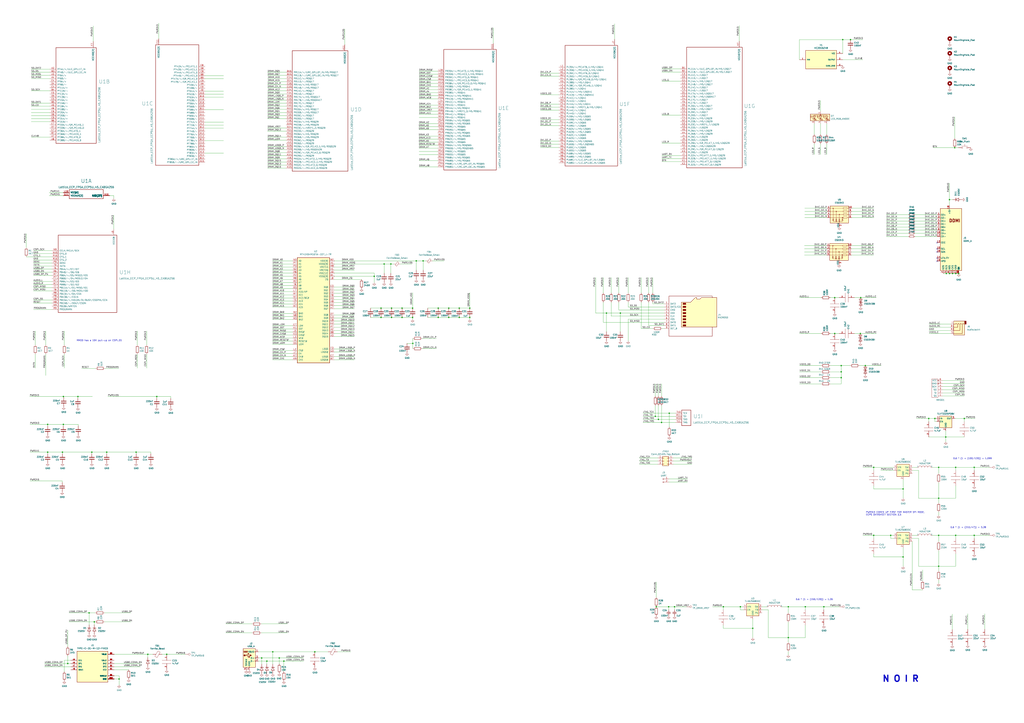
<source format=kicad_sch>
(kicad_sch (version 20211123) (generator eeschema)
  (paper "A1")
  (title_block (title "Noir FPGA Computer") (date "2022-12-11") (rev "V1") (company "Copyright © 2022 Lone Dynamics Corporation"))
  (junction (at 338.836 253.238))
  (junction (at 498.094 257.302))
  (junction (at 767.842 343.916))
  (junction (at 368.554 260.858))
  (junction (at 706.628 274.066))
  (junction (at 549.656 339.598))
  (junction (at 543.306 347.218))
  (junction (at 52.07 348.742))
  (junction (at 784.098 121.412))
  (junction (at 258.572 535.686))
  (junction (at 549.148 498.602))
  (junction (at 377.19 253.238))
  (junction (at 647.446 498.602))
  (junction (at 359.918 260.858))
  (junction (at 73.152 503.682))
  (junction (at 690.88 305.562))
  (junction (at 39.116 371.602))
  (junction (at 800.1 384.048))
  (junction (at 111.76 371.602))
  (junction (at 229.362 540.766))
  (junction (at 330.2 253.238))
  (junction (at 307.34 227.076))
  (junction (at 770.89 439.928))
  (junction (at 698.5 32.512))
  (junction (at 136.906 537.718))
  (junction (at 777.24 224.79))
  (junction (at 55.626 545.338))
  (junction (at 509.524 257.302))
  (junction (at 784.86 384.048))
  (junction (at 779.78 224.79))
  (junction (at 121.412 537.718))
  (junction (at 128.778 325.882))
  (junction (at 690.88 300.482))
  (junction (at 338.836 260.858))
  (junction (at 770.89 409.448))
  (junction (at 339.09 282.194))
  (junction (at 787.4 224.79))
  (junction (at 762.762 343.916))
  (junction (at 347.472 214.376))
  (junction (at 52.07 325.882))
  (junction (at 710.692 300.482))
  (junction (at 741.68 457.708))
  (junction (at 553.974 498.602))
  (junction (at 315.468 216.916))
  (junction (at 770.89 465.328))
  (junction (at 618.236 516.382))
  (junction (at 341.884 214.376))
  (junction (at 685.546 274.066))
  (junction (at 741.68 401.828))
  (junction (at 321.564 260.858))
  (junction (at 791.972 343.916))
  (junction (at 784.86 439.928))
  (junction (at 779.78 164.084))
  (junction (at 385.826 253.238))
  (junction (at 770.89 384.048))
  (junction (at 368.554 253.238))
  (junction (at 75.438 371.602))
  (junction (at 312.928 253.238))
  (junction (at 219.202 543.306))
  (junction (at 731.52 439.928))
  (junction (at 647.446 524.002))
  (junction (at 784.86 224.79))
  (junction (at 706.882 244.602))
  (junction (at 321.056 216.916))
  (junction (at 676.656 498.602))
  (junction (at 377.19 260.858))
  (junction (at 321.564 253.238))
  (junction (at 685.546 244.602))
  (junction (at 77.47 511.048))
  (junction (at 51.308 371.602))
  (junction (at 538.988 498.602))
  (junction (at 39.116 348.742))
  (junction (at 87.63 371.602))
  (junction (at 594.106 498.602))
  (junction (at 608.076 498.602))
  (junction (at 692.15 32.512))
  (junction (at 690.88 310.388))
  (junction (at 233.172 543.306))
  (junction (at 359.918 253.238))
  (junction (at 776.732 359.156))
  (junction (at 64.008 325.882))
  (junction (at 717.55 384.048))
  (junction (at 782.32 224.79))
  (junction (at 330.2 260.858))
  (junction (at 661.416 498.602))
  (junction (at 312.928 260.858))
  (junction (at 385.826 260.858))
  (junction (at 717.55 439.928))
  (junction (at 538.226 342.138))
  (junction (at 214.884 540.766))
  (junction (at 224.028 535.686))
  (junction (at 97.79 558.038))
  (junction (at 800.1 439.928))
  (junction (at 540.766 344.678))
  (no_connect (at 769.62 214.63))
  (no_connect (at 769.62 212.09))
  (no_connect (at 769.62 207.01))
  (no_connect (at 769.62 204.47))
  (no_connect (at 769.62 199.39))
  (wire (pts (xy 385.826 260.858) (xy 385.826 262.382)))
  (wire (pts (xy 458.978 100.838) (xy 443.738 100.838)))
  (wire (pts (xy 240.284 277.876) (xy 223.774 277.876)))
  (wire (pts (xy 630.936 501.142) (xy 630.936 524.002)))
  (wire (pts (xy 346.71 278.13) (xy 358.394 278.13)))
  (wire (pts (xy 291.084 221.996) (xy 274.574 221.996)))
  (wire (pts (xy 219.71 72.136) (xy 234.95 72.136)))
  (wire (pts (xy 690.88 310.388) (xy 690.88 305.562)))
  (wire (pts (xy 536.194 240.792) (xy 536.194 228.092)))
  (wire (pts (xy 52.07 348.742) (xy 64.262 348.742)))
  (wire (pts (xy 93.726 555.498) (xy 97.79 555.498)))
  (wire (pts (xy 344.17 60.96) (xy 359.41 60.96)))
  (wire (pts (xy 564.642 393.7) (xy 549.402 393.7)))
  (wire (pts (xy 321.564 260.858) (xy 330.2 260.858)))
  (wire (pts (xy 304.292 253.238) (xy 312.928 253.238)))
  (wire (pts (xy 25.654 84.836) (xy 40.894 84.836)))
  (wire (pts (xy 784.86 442.468) (xy 784.86 439.928)))
  (wire (pts (xy 794.766 517.144) (xy 794.766 504.444)))
  (wire (pts (xy 240.284 290.576) (xy 223.774 290.576)))
  (wire (pts (xy 647.446 503.682) (xy 647.446 498.602)))
  (wire (pts (xy 240.284 280.416) (xy 223.774 280.416)))
  (wire (pts (xy 168.402 115.57) (xy 183.642 115.57)))
  (wire (pts (xy 93.472 176.784) (xy 93.472 188.214)))
  (wire (pts (xy 212.344 540.766) (xy 214.884 540.766)))
  (wire (pts (xy 757.682 477.266) (xy 757.682 468.376)))
  (wire (pts (xy 553.974 498.602) (xy 553.974 501.142)))
  (wire (pts (xy 674.37 274.066) (xy 656.59 274.066)))
  (wire (pts (xy 770.89 413.258) (xy 770.89 409.448)))
  (wire (pts (xy 770.89 409.448) (xy 784.86 409.448)))
  (wire (pts (xy 754.38 386.588) (xy 754.38 409.448)))
  (wire (pts (xy 701.802 244.602) (xy 706.882 244.602)))
  (wire (pts (xy 25.654 64.516) (xy 40.894 64.516)))
  (wire (pts (xy 93.726 558.038) (xy 97.79 558.038)))
  (wire (pts (xy 64.008 327.152) (xy 64.008 325.882)))
  (wire (pts (xy 55.626 531.368) (xy 55.626 518.414)))
  (wire (pts (xy 212.344 535.686) (xy 224.028 535.686)))
  (wire (pts (xy 75.438 372.872) (xy 75.438 371.602)))
  (wire (pts (xy 777.24 224.79) (xy 779.78 224.79)))
  (wire (pts (xy 42.672 231.394) (xy 27.432 231.394)))
  (wire (pts (xy 25.654 87.376) (xy 40.894 87.376)))
  (wire (pts (xy 97.79 558.038) (xy 97.79 562.864)))
  (wire (pts (xy 351.282 260.858) (xy 359.918 260.858)))
  (wire (pts (xy 770.89 396.748) (xy 770.89 409.448)))
  (wire (pts (xy 791.972 317.754) (xy 774.192 317.754)))
  (wire (pts (xy 27.432 249.174) (xy 42.672 249.174)))
  (wire (pts (xy 93.472 160.782) (xy 89.916 160.782)))
  (wire (pts (xy 27.432 226.314) (xy 42.672 226.314)))
  (wire (pts (xy 751.332 189.23) (xy 769.62 189.23)))
  (wire (pts (xy 528.066 342.138) (xy 538.226 342.138)))
  (wire (pts (xy 377.19 260.858) (xy 385.826 260.858)))
  (wire (pts (xy 168.402 62.23) (xy 183.642 62.23)))
  (wire (pts (xy 767.842 343.916) (xy 762.762 343.916)))
  (wire (pts (xy 660.654 201.93) (xy 678.942 201.93)))
  (wire (pts (xy 723.392 386.588) (xy 734.06 386.588)))
  (wire (pts (xy 168.402 102.87) (xy 183.642 102.87)))
  (wire (pts (xy 458.978 121.158) (xy 443.738 121.158)))
  (wire (pts (xy 731.52 439.928) (xy 734.06 439.928)))
  (wire (pts (xy 647.446 511.302) (xy 647.446 524.002)))
  (wire (pts (xy 791.972 315.214) (xy 774.192 315.214)))
  (wire (pts (xy 240.284 224.536) (xy 223.774 224.536)))
  (wire (pts (xy 55.626 518.414) (xy 55.88 518.414)))
  (wire (pts (xy 344.17 132.08) (xy 359.41 132.08)))
  (wire (pts (xy 52.07 350.012) (xy 52.07 348.742)))
  (wire (pts (xy 674.37 315.468) (xy 656.59 315.468)))
  (wire (pts (xy 291.084 243.586) (xy 274.574 243.586)))
  (wire (pts (xy 769.112 343.916) (xy 767.842 343.916)))
  (wire (pts (xy 661.416 524.002) (xy 661.416 513.842)))
  (wire (pts (xy 749.3 445.008) (xy 749.3 484.886)))
  (wire (pts (xy 219.202 543.306) (xy 219.202 545.846)))
  (wire (pts (xy 543.56 127.762) (xy 558.8 127.762)))
  (wire (pts (xy 64.262 350.012) (xy 64.262 348.742)))
  (wire (pts (xy 351.282 253.238) (xy 359.918 253.238)))
  (wire (pts (xy 291.084 271.526) (xy 274.574 271.526)))
  (wire (pts (xy 344.17 111.76) (xy 359.41 111.76)))
  (wire (pts (xy 741.68 401.828) (xy 741.68 409.448)))
  (wire (pts (xy 258.572 535.686) (xy 269.494 535.686)))
  (wire (pts (xy 111.76 372.872) (xy 111.76 371.602)))
  (wire (pts (xy 240.284 293.116) (xy 223.774 293.116)))
  (wire (pts (xy 168.402 90.17) (xy 183.642 90.17)))
  (wire (pts (xy 321.056 216.916) (xy 323.596 216.916)))
  (wire (pts (xy 791.972 320.294) (xy 774.192 320.294)))
  (wire (pts (xy 656.59 49.022) (xy 656.59 32.512)))
  (wire (pts (xy 501.904 259.842) (xy 545.592 259.842)))
  (wire (pts (xy 344.17 66.04) (xy 359.41 66.04)))
  (wire (pts (xy 52.832 551.942) (xy 52.832 542.798)))
  (wire (pts (xy 219.71 107.696) (xy 234.95 107.696)))
  (wire (pts (xy 681.99 315.468) (xy 690.88 315.468)))
  (wire (pts (xy 543.56 130.302) (xy 558.8 130.302)))
  (wire (pts (xy 749.3 484.886) (xy 757.682 484.886)))
  (wire (pts (xy 214.884 540.766) (xy 229.362 540.766)))
  (wire (pts (xy 800.1 439.928) (xy 812.8 439.928)))
  (wire (pts (xy 128.778 327.152) (xy 128.778 325.882)))
  (wire (pts (xy 344.17 88.9) (xy 359.41 88.9)))
  (wire (pts (xy 355.092 214.376) (xy 364.744 214.376)))
  (wire (pts (xy 219.71 59.436) (xy 234.95 59.436)))
  (wire (pts (xy 508.254 240.792) (xy 508.254 228.092)))
  (wire (pts (xy 27.432 205.994) (xy 42.672 205.994)))
  (wire (pts (xy 24.638 371.602) (xy 39.116 371.602)))
  (wire (pts (xy 690.88 300.482) (xy 698.246 300.482)))
  (wire (pts (xy 498.094 257.302) (xy 489.204 257.302)))
  (wire (pts (xy 111.76 371.602) (xy 123.952 371.602)))
  (wire (pts (xy 741.68 401.828) (xy 717.55 401.828)))
  (wire (pts (xy 800.1 384.048) (xy 812.8 384.048)))
  (wire (pts (xy 219.71 84.836) (xy 234.95 84.836)))
  (wire (pts (xy 661.416 498.602) (xy 676.656 498.602)))
  (wire (pts (xy 800.1 439.928) (xy 800.1 442.468)))
  (wire (pts (xy 97.79 555.498) (xy 97.79 558.038)))
  (wire (pts (xy 458.978 88.138) (xy 443.738 88.138)))
  (wire (pts (xy 219.71 97.536) (xy 234.95 97.536)))
  (wire (pts (xy 727.964 191.77) (xy 746.252 191.77)))
  (wire (pts (xy 219.71 122.936) (xy 234.95 122.936)))
  (wire (pts (xy 543.56 56.642) (xy 558.8 56.642)))
  (wire (pts (xy 681.99 305.562) (xy 690.88 305.562)))
  (wire (pts (xy 368.554 253.238) (xy 377.19 253.238)))
  (wire (pts (xy 25.654 74.676) (xy 40.894 74.676)))
  (wire (pts (xy 717.55 439.928) (xy 731.52 439.928)))
  (wire (pts (xy 538.988 498.602) (xy 549.148 498.602)))
  (wire (pts (xy 784.86 386.588) (xy 784.86 384.048)))
  (wire (pts (xy 240.284 282.956) (xy 223.774 282.956)))
  (wire (pts (xy 233.172 543.306) (xy 249.428 543.306)))
  (wire (pts (xy 727.964 189.23) (xy 746.252 189.23)))
  (wire (pts (xy 274.574 227.076) (xy 307.34 227.076)))
  (wire (pts (xy 25.654 100.076) (xy 40.894 100.076)))
  (wire (pts (xy 27.432 221.234) (xy 42.672 221.234)))
  (wire (pts (xy 661.416 501.142) (xy 661.416 498.602)))
  (wire (pts (xy 291.084 268.986) (xy 274.574 268.986)))
  (wire (pts (xy 73.152 503.682) (xy 73.152 513.588)))
  (wire (pts (xy 233.172 543.306) (xy 233.172 551.942)))
  (wire (pts (xy 291.084 276.606) (xy 274.574 276.606)))
  (wire (pts (xy 509.524 272.542) (xy 509.524 257.302)))
  (wire (pts (xy 782.066 517.398) (xy 782.066 504.698)))
  (wire (pts (xy 540.766 344.678) (xy 554.736 344.678)))
  (wire (pts (xy 780.796 266.446) (xy 763.016 266.446)))
  (wire (pts (xy 791.972 322.834) (xy 774.192 322.834)))
  (wire (pts (xy 240.284 272.796) (xy 223.774 272.796)))
  (wire (pts (xy 660.908 178.816) (xy 679.196 178.816)))
  (wire (pts (xy 344.17 124.46) (xy 359.41 124.46)))
  (wire (pts (xy 734.06 442.468) (xy 731.52 442.468)))
  (wire (pts (xy 717.55 386.588) (xy 717.55 384.048)))
  (wire (pts (xy 24.384 325.882) (xy 52.07 325.882)))
  (wire (pts (xy 784.86 224.79) (xy 787.4 224.79)))
  (wire (pts (xy 21.59 211.074) (xy 42.672 211.074)))
  (wire (pts (xy 540.258 378.968) (xy 525.018 378.968)))
  (wire (pts (xy 39.116 371.602) (xy 51.308 371.602)))
  (wire (pts (xy 21.59 192.024) (xy 21.59 203.454)))
  (wire (pts (xy 543.56 117.602) (xy 558.8 117.602)))
  (wire (pts (xy 538.226 342.138) (xy 538.226 333.248)))
  (wire (pts (xy 27.432 223.774) (xy 42.672 223.774)))
  (wire (pts (xy 291.084 293.116) (xy 274.574 293.116)))
  (wire (pts (xy 660.654 207.01) (xy 678.942 207.01)))
  (wire (pts (xy 699.262 207.01) (xy 717.55 207.01)))
  (wire (pts (xy 274.574 216.916) (xy 315.468 216.916)))
  (wire (pts (xy 495.554 240.792) (xy 495.554 228.092)))
  (wire (pts (xy 291.084 295.656) (xy 274.574 295.656)))
  (wire (pts (xy 458.978 98.298) (xy 443.738 98.298)))
  (wire (pts (xy 751.332 179.07) (xy 769.62 179.07)))
  (wire (pts (xy 610.616 501.142) (xy 608.076 501.142)))
  (wire (pts (xy 731.52 442.468) (xy 731.52 439.928)))
  (wire (pts (xy 344.17 91.44) (xy 359.41 91.44)))
  (wire (pts (xy 321.564 253.238) (xy 330.2 253.238)))
  (wire (pts (xy 219.71 87.376) (xy 234.95 87.376)))
  (wire (pts (xy 780.796 268.986) (xy 763.016 268.986)))
  (wire (pts (xy 536.194 249.682) (xy 536.194 248.412)))
  (wire (pts (xy 515.874 262.382) (xy 515.874 280.162)))
  (wire (pts (xy 770.89 469.138) (xy 770.89 465.328)))
  (wire (pts (xy 347.472 214.376) (xy 350.012 214.376)))
  (wire (pts (xy 339.09 282.194) (xy 339.09 286.512)))
  (wire (pts (xy 86.106 302.768) (xy 97.536 302.768)))
  (wire (pts (xy 168.402 80.01) (xy 183.642 80.01)))
  (wire (pts (xy 229.362 540.766) (xy 229.362 545.592)))
  (wire (pts (xy 112.776 272.034) (xy 112.776 283.464)))
  (wire (pts (xy 27.432 216.154) (xy 42.672 216.154)))
  (wire (pts (xy 25.654 92.456) (xy 40.894 92.456)))
  (wire (pts (xy 717.55 384.048) (xy 734.06 384.048)))
  (wire (pts (xy 674.37 244.602) (xy 656.59 244.602)))
  (wire (pts (xy 240.284 229.616) (xy 223.774 229.616)))
  (wire (pts (xy 133.096 537.718) (xy 136.906 537.718)))
  (wire (pts (xy 312.928 260.858) (xy 321.564 260.858)))
  (wire (pts (xy 39.116 372.872) (xy 39.116 371.602)))
  (wire (pts (xy 121.412 537.718) (xy 125.476 537.718)))
  (wire (pts (xy 312.928 253.238) (xy 321.564 253.238)))
  (wire (pts (xy 528.066 347.218) (xy 543.306 347.218)))
  (wire (pts (xy 274.574 214.376) (xy 341.884 214.376)))
  (wire (pts (xy 36.576 545.338) (xy 55.626 545.338)))
  (wire (pts (xy 219.71 133.096) (xy 234.95 133.096)))
  (wire (pts (xy 751.332 184.15) (xy 769.62 184.15)))
  (wire (pts (xy 219.71 61.976) (xy 234.95 61.976)))
  (wire (pts (xy 515.874 262.382) (xy 545.592 262.382)))
  (wire (pts (xy 749.3 442.468) (xy 754.38 442.468)))
  (wire (pts (xy 77.47 511.048) (xy 78.232 511.048)))
  (wire (pts (xy 705.866 300.482) (xy 710.692 300.482)))
  (wire (pts (xy 219.71 138.176) (xy 234.95 138.176)))
  (wire (pts (xy 526.542 248.412) (xy 526.542 270.002)))
  (wire (pts (xy 130.302 19.05) (xy 130.302 31.75)))
  (wire (pts (xy 543.306 347.218) (xy 554.736 347.218)))
  (wire (pts (xy 618.236 516.382) (xy 594.106 516.382)))
  (wire (pts (xy 224.028 535.686) (xy 258.572 535.686)))
  (wire (pts (xy 498.094 257.302) (xy 498.094 272.542)))
  (wire (pts (xy 770.89 479.298) (xy 770.89 476.758)))
  (wire (pts (xy 515.874 240.792) (xy 515.874 228.092)))
  (wire (pts (xy 779.78 164.084) (xy 782.32 164.084)))
  (wire (pts (xy 39.116 350.012) (xy 39.116 348.742)))
  (wire (pts (xy 219.71 125.476) (xy 234.95 125.476)))
  (wire (pts (xy 240.284 237.236) (xy 223.774 237.236)))
  (wire (pts (xy 594.106 501.142) (xy 594.106 498.602)))
  (wire (pts (xy 692.15 43.942) (xy 692.15 32.512)))
  (wire (pts (xy 594.106 498.602) (xy 608.076 498.602)))
  (wire (pts (xy 36.576 547.878) (xy 58.166 547.878)))
  (wire (pts (xy 405.13 22.86) (xy 405.13 35.56)))
  (wire (pts (xy 543.56 132.842) (xy 558.8 132.842)))
  (wire (pts (xy 88.646 325.882) (xy 128.778 325.882)))
  (wire (pts (xy 780.796 271.526) (xy 763.016 271.526)))
  (wire (pts (xy 668.782 110.49) (xy 668.782 101.6)))
  (wire (pts (xy 784.86 409.448) (xy 784.86 399.288)))
  (wire (pts (xy 168.402 64.77) (xy 183.642 64.77)))
  (wire (pts (xy 52.832 542.798) (xy 58.166 542.798)))
  (wire (pts (xy 25.654 61.976) (xy 40.894 61.976)))
  (wire (pts (xy 25.654 97.536) (xy 40.894 97.536)))
  (wire (pts (xy 27.432 239.014) (xy 42.672 239.014)))
  (wire (pts (xy 741.68 457.708) (xy 717.55 457.708)))
  (wire (pts (xy 668.782 127) (xy 668.782 118.11)))
  (wire (pts (xy 291.084 274.066) (xy 274.574 274.066)))
  (wire (pts (xy 784.86 439.928) (xy 800.1 439.928)))
  (wire (pts (xy 212.344 543.306) (xy 219.202 543.306)))
  (wire (pts (xy 274.574 224.536) (xy 307.34 224.536)))
  (wire (pts (xy 690.88 315.468) (xy 690.88 310.388)))
  (wire (pts (xy 681.99 274.066) (xy 685.546 274.066)))
  (wire (pts (xy 27.432 208.534) (xy 42.672 208.534)))
  (wire (pts (xy 56.642 511.048) (xy 77.47 511.048)))
  (wire (pts (xy 674.37 300.482) (xy 656.59 300.482)))
  (wire (pts (xy 543.814 270.002) (xy 545.592 270.002)))
  (wire (pts (xy 647.446 537.972) (xy 647.446 535.432)))
  (wire (pts (xy 699.516 176.276) (xy 717.804 176.276)))
  (wire (pts (xy 784.86 384.048) (xy 800.1 384.048)))
  (wire (pts (xy 660.908 176.276) (xy 679.196 176.276)))
  (wire (pts (xy 717.55 399.288) (xy 717.55 401.828)))
  (wire (pts (xy 214.884 540.766) (xy 214.884 545.846)))
  (wire (pts (xy 37.592 272.034) (xy 37.592 283.464)))
  (wire (pts (xy 618.236 508.762) (xy 618.236 516.382)))
  (wire (pts (xy 701.802 274.066) (xy 706.628 274.066)))
  (wire (pts (xy 515.874 252.222) (xy 545.592 252.222)))
  (wire (pts (xy 344.17 96.52) (xy 359.41 96.52)))
  (wire (pts (xy 224.028 535.686) (xy 224.028 545.846)))
  (wire (pts (xy 85.852 511.048) (xy 107.442 511.048)))
  (wire (pts (xy 52.832 291.084) (xy 52.832 302.514)))
  (wire (pts (xy 769.112 346.456) (xy 767.842 346.456)))
  (wire (pts (xy 540.766 325.628) (xy 540.766 315.468)))
  (wire (pts (xy 808.736 517.144) (xy 808.736 504.444)))
  (wire (pts (xy 24.638 348.742) (xy 39.116 348.742)))
  (wire (pts (xy 240.284 295.656) (xy 223.774 295.656)))
  (wire (pts (xy 55.626 545.338) (xy 58.166 545.338)))
  (wire (pts (xy 120.396 272.034) (xy 120.396 283.464)))
  (wire (pts (xy 334.264 282.194) (xy 339.09 282.194)))
  (wire (pts (xy 219.71 135.636) (xy 234.95 135.636)))
  (wire (pts (xy 240.284 270.256) (xy 223.774 270.256)))
  (wire (pts (xy 594.106 513.842) (xy 594.106 516.382)))
  (wire (pts (xy 508.254 254.762) (xy 545.592 254.762)))
  (wire (pts (xy 28.956 272.034) (xy 28.956 283.464)))
  (wire (pts (xy 710.692 300.482) (xy 723.646 300.482)))
  (wire (pts (xy 791.972 346.456) (xy 791.972 343.916)))
  (wire (pts (xy 536.194 270.002) (xy 526.542 270.002)))
  (wire (pts (xy 504.698 19.558) (xy 504.698 32.258)))
  (wire (pts (xy 607.06 33.782) (xy 607.06 21.082)))
  (wire (pts (xy 291.084 258.826) (xy 274.574 258.826)))
  (wire (pts (xy 741.68 450.088) (xy 741.68 457.708)))
  (wire (pts (xy 128.778 325.882) (xy 140.208 325.882)))
  (wire (pts (xy 56.642 503.682) (xy 73.152 503.682)))
  (wire (pts (xy 751.332 176.53) (xy 769.62 176.53)))
  (wire (pts (xy 229.362 540.766) (xy 249.428 540.766)))
  (wire (pts (xy 458.978 103.378) (xy 443.738 103.378)))
  (wire (pts (xy 291.084 253.746) (xy 274.574 253.746)))
  (wire (pts (xy 67.056 302.768) (xy 78.486 302.768)))
  (wire (pts (xy 660.908 171.196) (xy 679.196 171.196)))
  (wire (pts (xy 489.204 257.302) (xy 489.204 228.092)))
  (wire (pts (xy 283.21 23.876) (xy 283.21 36.576)))
  (wire (pts (xy 344.17 73.66) (xy 359.41 73.66)))
  (wire (pts (xy 770.89 445.008) (xy 770.89 439.928)))
  (wire (pts (xy 770.89 465.328) (xy 784.86 465.328)))
  (wire (pts (xy 219.71 105.156) (xy 234.95 105.156)))
  (wire (pts (xy 673.862 127) (xy 673.862 118.11)))
  (wire (pts (xy 219.71 69.596) (xy 234.95 69.596)))
  (wire (pts (xy 291.084 246.126) (xy 274.574 246.126)))
  (wire (pts (xy 93.726 537.718) (xy 121.412 537.718)))
  (wire (pts (xy 780.796 274.066) (xy 763.016 274.066)))
  (wire (pts (xy 784.098 121.412) (xy 787.146 121.412)))
  (wire (pts (xy 219.71 89.916) (xy 234.95 89.916)))
  (wire (pts (xy 770.89 423.418) (xy 770.89 420.878)))
  (wire (pts (xy 543.56 59.182) (xy 558.8 59.182)))
  (wire (pts (xy 240.284 260.096) (xy 223.774 260.096)))
  (wire (pts (xy 501.904 240.792) (xy 501.904 228.092)))
  (wire (pts (xy 585.216 498.602) (xy 594.106 498.602)))
  (wire (pts (xy 717.55 455.168) (xy 717.55 457.708)))
  (wire (pts (xy 168.402 105.41) (xy 183.642 105.41)))
  (wire (pts (xy 751.332 186.69) (xy 769.62 186.69)))
  (wire (pts (xy 240.284 257.556) (xy 223.774 257.556)))
  (wire (pts (xy 27.432 236.474) (xy 42.672 236.474)))
  (wire (pts (xy 87.63 371.602) (xy 111.76 371.602)))
  (wire (pts (xy 168.402 74.93) (xy 183.642 74.93)))
  (wire (pts (xy 532.638 240.792) (xy 532.638 228.092)))
  (wire (pts (xy 751.332 191.77) (xy 769.62 191.77)))
  (wire (pts (xy 458.978 118.618) (xy 443.738 118.618)))
  (wire (pts (xy 344.17 78.74) (xy 359.41 78.74)))
  (wire (pts (xy 508.254 254.762) (xy 508.254 248.412)))
  (wire (pts (xy 706.882 244.602) (xy 719.582 244.602)))
  (wire (pts (xy 120.396 291.084) (xy 120.396 302.514)))
  (wire (pts (xy 779.78 224.79) (xy 782.32 224.79)))
  (wire (pts (xy 291.084 238.506) (xy 274.574 238.506)))
  (wire (pts (xy 692.15 32.512) (xy 698.5 32.512)))
  (wire (pts (xy 625.856 498.602) (xy 629.666 498.602)))
  (wire (pts (xy 706.628 274.066) (xy 719.582 274.066)))
  (wire (pts (xy 770.89 439.928) (xy 784.86 439.928)))
  (wire (pts (xy 779.78 168.91) (xy 779.78 164.084)))
  (wire (pts (xy 344.17 63.5) (xy 359.41 63.5)))
  (wire (pts (xy 240.284 275.336) (xy 223.774 275.336)))
  (wire (pts (xy 776.732 354.076) (xy 776.732 359.156)))
  (wire (pts (xy 774.7 224.79) (xy 777.24 224.79)))
  (wire (pts (xy 338.836 260.858) (xy 338.836 262.382)))
  (wire (pts (xy 779.78 164.084) (xy 779.78 150.622)))
  (wire (pts (xy 458.978 77.978) (xy 443.738 77.978)))
  (wire (pts (xy 219.71 67.056) (xy 234.95 67.056)))
  (wire (pts (xy 727.964 181.61) (xy 746.252 181.61)))
  (wire (pts (xy 93.472 163.068) (xy 93.472 160.782)))
  (wire (pts (xy 678.942 110.49) (xy 678.942 101.6)))
  (wire (pts (xy 509.524 257.302) (xy 545.592 257.302)))
  (wire (pts (xy 240.284 239.776) (xy 223.774 239.776)))
  (wire (pts (xy 770.89 465.328) (xy 754.38 465.328)))
  (wire (pts (xy 291.084 266.446) (xy 274.574 266.446)))
  (wire (pts (xy 240.284 227.076) (xy 223.774 227.076)))
  (wire (pts (xy 240.284 214.376) (xy 223.774 214.376)))
  (wire (pts (xy 776.732 362.966) (xy 776.732 359.156)))
  (wire (pts (xy 528.066 344.678) (xy 540.766 344.678)))
  (wire (pts (xy 219.71 64.516) (xy 234.95 64.516)))
  (wire (pts (xy 51.308 371.602) (xy 75.438 371.602)))
  (wire (pts (xy 344.17 137.16) (xy 359.41 137.16)))
  (wire (pts (xy 40.386 160.782) (xy 51.816 160.782)))
  (wire (pts (xy 344.17 101.6) (xy 359.41 101.6)))
  (wire (pts (xy 673.862 110.49) (xy 673.862 101.6)))
  (wire (pts (xy 240.284 216.916) (xy 223.774 216.916)))
  (wire (pts (xy 749.3 384.048) (xy 753.11 384.048)))
  (wire (pts (xy 791.972 325.374) (xy 774.192 325.374)))
  (wire (pts (xy 25.654 112.776) (xy 40.894 112.776)))
  (wire (pts (xy 344.17 104.14) (xy 359.41 104.14)))
  (wire (pts (xy 540.258 381.508) (xy 525.018 381.508)))
  (wire (pts (xy 25.654 94.996) (xy 40.894 94.996)))
  (wire (pts (xy 681.99 300.482) (xy 690.88 300.482)))
  (wire (pts (xy 214.63 512.826) (xy 236.22 512.826)))
  (wire (pts (xy 87.63 372.872) (xy 87.63 371.602)))
  (wire (pts (xy 528.066 339.598) (xy 549.656 339.598)))
  (wire (pts (xy 678.942 127) (xy 678.942 118.11)))
  (wire (pts (xy 752.602 343.916) (xy 762.762 343.916)))
  (wire (pts (xy 40.386 158.242) (xy 51.816 158.242)))
  (wire (pts (xy 240.284 252.476) (xy 223.774 252.476)))
  (wire (pts (xy 219.202 543.306) (xy 233.172 543.306)))
  (wire (pts (xy 618.236 516.382) (xy 618.236 524.002)))
  (wire (pts (xy 304.292 260.858) (xy 312.928 260.858)))
  (wire (pts (xy 543.56 66.802) (xy 558.8 66.802)))
  (wire (pts (xy 515.874 252.222) (xy 515.874 248.412)))
  (wire (pts (xy 76.454 21.336) (xy 76.454 34.036)))
  (wire (pts (xy 330.2 253.238) (xy 338.836 253.238)))
  (wire (pts (xy 123.952 372.872) (xy 123.952 371.602)))
  (wire (pts (xy 766.318 121.412) (xy 784.098 121.412)))
  (wire (pts (xy 770.89 389.128) (xy 770.89 384.048)))
  (wire (pts (xy 690.88 305.562) (xy 690.88 300.482)))
  (wire (pts (xy 344.17 81.28) (xy 359.41 81.28)))
  (wire (pts (xy 359.918 260.858) (xy 368.554 260.858)))
  (wire (pts (xy 458.978 62.738) (xy 443.738 62.738)))
  (wire (pts (xy 344.17 116.84) (xy 359.41 116.84)))
  (wire (pts (xy 344.17 114.3) (xy 359.41 114.3)))
  (wire (pts (xy 51.054 396.494) (xy 51.054 395.224)))
  (wire (pts (xy 660.908 173.736) (xy 679.196 173.736)))
  (wire (pts (xy 549.656 339.598) (xy 554.736 339.598)))
  (wire (pts (xy 784.352 343.916) (xy 791.972 343.916)))
  (wire (pts (xy 291.084 289.306) (xy 274.574 289.306)))
  (wire (pts (xy 782.32 224.79) (xy 784.86 224.79)))
  (wire (pts (xy 25.654 59.436) (xy 40.894 59.436)))
  (wire (pts (xy 168.402 125.73) (xy 183.642 125.73)))
  (wire (pts (xy 39.116 348.742) (xy 52.07 348.742)))
  (wire (pts (xy 568.198 378.968) (xy 552.958 378.968)))
  (wire (pts (xy 328.676 216.916) (xy 338.328 216.916)))
  (wire (pts (xy 495.554 264.922) (xy 545.592 264.922)))
  (wire (pts (xy 501.904 259.842) (xy 501.904 248.412)))
  (wire (pts (xy 185.42 520.192) (xy 207.01 520.192)))
  (wire (pts (xy 543.56 94.742) (xy 558.8 94.742)))
  (wire (pts (xy 277.114 535.686) (xy 288.036 535.686)))
  (wire (pts (xy 549.148 498.602) (xy 549.148 501.142)))
  (wire (pts (xy 727.964 184.15) (xy 746.252 184.15)))
  (wire (pts (xy 647.446 524.002) (xy 630.936 524.002)))
  (wire (pts (xy 315.468 216.916) (xy 315.468 224.536)))
  (wire (pts (xy 538.226 342.138) (xy 554.736 342.138)))
  (wire (pts (xy 140.208 325.882) (xy 140.208 327.406)))
  (wire (pts (xy 85.852 503.682) (xy 107.442 503.682)))
  (wire (pts (xy 219.71 128.016) (xy 234.95 128.016)))
  (wire (pts (xy 240.284 244.856) (xy 223.774 244.856)))
  (wire (pts (xy 321.056 224.536) (xy 321.056 216.916)))
  (wire (pts (xy 240.284 221.996) (xy 223.774 221.996)))
  (wire (pts (xy 291.084 261.366) (xy 274.574 261.366)))
  (wire (pts (xy 698.5 32.512) (xy 708.66 32.512)))
  (wire (pts (xy 359.918 253.238) (xy 368.554 253.238)))
  (wire (pts (xy 495.554 264.922) (xy 495.554 248.412)))
  (wire (pts (xy 93.726 545.338) (xy 115.316 545.338)))
  (wire (pts (xy 568.198 376.428) (xy 552.958 376.428)))
  (wire (pts (xy 93.726 550.418) (xy 105.664 550.418)))
  (wire (pts (xy 219.71 94.996) (xy 234.95 94.996)))
  (wire (pts (xy 168.402 100.33) (xy 183.642 100.33)))
  (wire (pts (xy 27.432 218.694) (xy 42.672 218.694)))
  (wire (pts (xy 545.592 249.682) (xy 536.194 249.682)))
  (wire (pts (xy 727.964 186.69) (xy 746.252 186.69)))
  (wire (pts (xy 240.284 288.036) (xy 223.774 288.036)))
  (wire (pts (xy 344.17 68.58) (xy 359.41 68.58)))
  (wire (pts (xy 791.972 312.674) (xy 774.192 312.674)))
  (wire (pts (xy 708.66 384.048) (xy 717.55 384.048)))
  (wire (pts (xy 727.964 179.07) (xy 746.252 179.07)))
  (wire (pts (xy 564.642 396.24) (xy 549.402 396.24)))
  (wire (pts (xy 699.262 209.55) (xy 717.55 209.55)))
  (wire (pts (xy 37.592 291.084) (xy 37.592 308.61)))
  (wire (pts (xy 647.446 498.602) (xy 661.416 498.602)))
  (wire (pts (xy 676.656 498.602) (xy 676.656 501.142)))
  (wire (pts (xy 344.17 86.36) (xy 359.41 86.36)))
  (wire (pts (xy 674.37 310.388) (xy 656.59 310.388)))
  (wire (pts (xy 647.446 524.002) (xy 661.416 524.002)))
  (wire (pts (xy 699.262 204.47) (xy 717.55 204.47)))
  (wire (pts (xy 73.152 503.682) (xy 78.232 503.682)))
  (wire (pts (xy 219.71 92.456) (xy 234.95 92.456)))
  (wire (pts (xy 458.978 116.078) (xy 443.738 116.078)))
  (wire (pts (xy 676.656 498.602) (xy 689.356 498.602)))
  (wire (pts (xy 344.17 121.92) (xy 359.41 121.92)))
  (wire (pts (xy 291.084 286.766) (xy 274.574 286.766)))
  (wire (pts (xy 692.15 49.022) (xy 708.66 49.022)))
  (wire (pts (xy 608.076 501.142) (xy 608.076 498.602)))
  (wire (pts (xy 25.654 56.896) (xy 40.894 56.896)))
  (wire (pts (xy 168.402 77.47) (xy 183.642 77.47)))
  (wire (pts (xy 219.71 74.676) (xy 234.95 74.676)))
  (wire (pts (xy 77.47 511.048) (xy 77.47 513.588)))
  (wire (pts (xy 458.978 60.198) (xy 443.738 60.198)))
  (wire (pts (xy 52.324 326.644) (xy 52.07 325.882)))
  (wire (pts (xy 538.226 325.628) (xy 538.226 315.468)))
  (wire (pts (xy 27.559 254.254) (xy 42.672 254.254)))
  (wire (pts (xy 240.284 234.696) (xy 223.774 234.696)))
  (wire (pts (xy 727.964 194.31) (xy 746.252 194.31)))
  (wire (pts (xy 543.306 325.628) (xy 543.306 315.468)))
  (wire (pts (xy 51.308 372.872) (xy 51.308 371.602)))
  (wire (pts (xy 42.672 233.934) (xy 27.432 233.934)))
  (wire (pts (xy 240.284 219.456) (xy 223.774 219.456)))
  (wire (pts (xy 509.524 257.302) (xy 498.094 257.302)))
  (wire (pts (xy 717.55 442.468) (xy 717.55 439.928)))
  (wire (pts (xy 741.68 394.208) (xy 741.68 401.828)))
  (wire (pts (xy 699.262 201.93) (xy 717.55 201.93)))
  (wire (pts (xy 346.71 286.512) (xy 358.394 286.512)))
  (wire (pts (xy 532.638 267.462) (xy 532.638 248.412)))
  (wire (pts (xy 339.09 278.13) (xy 339.09 282.194)))
  (wire (pts (xy 762.762 359.156) (xy 776.732 359.156)))
  (wire (pts (xy 24.638 395.224) (xy 51.054 395.224)))
  (wire (pts (xy 770.89 439.928) (xy 765.81 439.928)))
  (wire (pts (xy 240.284 249.936) (xy 223.774 249.936)))
  (wire (pts (xy 727.964 176.53) (xy 746.252 176.53)))
  (wire (pts (xy 27.432 246.634) (xy 42.672 246.634)))
  (wire (pts (xy 240.284 267.716) (xy 223.774 267.716)))
  (wire (pts (xy 647.446 527.812) (xy 647.446 524.002)))
  (wire (pts (xy 674.37 305.562) (xy 656.59 305.562)))
  (wire (pts (xy 344.17 106.68) (xy 359.41 106.68)))
  (wire (pts (xy 344.17 119.38) (xy 359.41 119.38)))
  (wire (pts (xy 330.2 260.858) (xy 338.836 260.858)))
  (wire (pts (xy 52.07 325.882) (xy 64.008 325.882)))
  (wire (pts (xy 368.554 260.858) (xy 377.19 260.858)))
  (wire (pts (xy 754.38 442.468) (xy 754.38 465.328)))
  (wire (pts (xy 25.654 89.916) (xy 40.894 89.916)))
  (wire (pts (xy 136.906 537.718) (xy 152.146 537.718)))
  (wire (pts (xy 568.198 381.508) (xy 552.958 381.508)))
  (wire (pts (xy 767.842 346.456) (xy 767.842 343.916)))
  (wire (pts (xy 185.42 512.826) (xy 207.01 512.826)))
  (wire (pts (xy 625.856 501.142) (xy 630.936 501.142)))
  (wire (pts (xy 338.836 240.538) (xy 338.836 253.238)))
  (wire (pts (xy 673.862 91.44) (xy 673.862 82.55)))
  (wire (pts (xy 344.17 71.12) (xy 359.41 71.12)))
  (wire (pts (xy 741.68 457.708) (xy 741.68 465.328)))
  (wire (pts (xy 112.776 291.084) (xy 112.776 302.514)))
  (wire (pts (xy 214.63 520.192) (xy 236.22 520.192)))
  (wire (pts (xy 784.86 465.328) (xy 784.86 455.168)))
  (wire (pts (xy 708.66 439.928) (xy 717.55 439.928)))
  (wire (pts (xy 545.592 267.462) (xy 532.638 267.462)))
  (wire (pts (xy 549.656 339.598) (xy 549.656 351.028)))
  (wire (pts (xy 291.084 241.046) (xy 274.574 241.046)))
  (wire (pts (xy 647.446 498.602) (xy 642.366 498.602)))
  (wire (pts (xy 699.516 178.816) (xy 717.804 178.816)))
  (wire (pts (xy 751.332 194.31) (xy 769.62 194.31)))
  (wire (pts (xy 770.89 452.628) (xy 770.89 465.328)))
  (wire (pts (xy 121.412 537.718) (xy 121.412 540.258)))
  (wire (pts (xy 540.258 376.428) (xy 525.018 376.428)))
  (wire (pts (xy 770.89 384.048) (xy 784.86 384.048)))
  (wire (pts (xy 219.71 120.396) (xy 234.95 120.396)))
  (wire (pts (xy 685.546 274.066) (xy 689.102 274.066)))
  (wire (pts (xy 608.076 498.602) (xy 610.616 498.602)))
  (wire (pts (xy 776.732 359.156) (xy 791.972 359.156)))
  (wire (pts (xy 458.978 85.598) (xy 443.738 85.598)))
  (wire (pts (xy 770.89 384.048) (xy 765.81 384.048)))
  (wire (pts (xy 458.978 90.678) (xy 443.738 90.678)))
  (wire (pts (xy 751.332 181.61) (xy 769.62 181.61)))
  (wire (pts (xy 344.17 76.2) (xy 359.41 76.2)))
  (wire (pts (xy 800.1 384.048) (xy 800.1 386.588)))
  (wire (pts (xy 344.17 127) (xy 359.41 127)))
  (wire (pts (xy 681.99 310.388) (xy 690.88 310.388)))
  (wire (pts (xy 219.71 115.316) (xy 234.95 115.316)))
  (wire (pts (xy 749.3 386.588) (xy 754.38 386.588)))
  (wire (pts (xy 219.71 77.216) (xy 234.95 77.216)))
  (wire (pts (xy 762.762 346.456) (xy 762.762 343.916)))
  (wire (pts (xy 344.17 58.42) (xy 359.41 58.42)))
  (wire (pts (xy 749.3 439.928) (xy 753.11 439.928)))
  (wire (pts (xy 699.516 173.736) (xy 717.804 173.736)))
  (wire (pts (xy 307.34 227.076) (xy 307.34 232.156)))
  (wire (pts (xy 347.472 214.376) (xy 341.884 214.376)))
  (wire (pts (xy 344.17 93.98) (xy 359.41 93.98)))
  (wire (pts (xy 219.71 130.556) (xy 234.95 130.556)))
  (wire (pts (xy 538.988 490.982) (xy 538.988 478.282)))
  (wire (pts (xy 660.654 204.47) (xy 678.942 204.47)))
  (wire (pts (xy 219.71 82.296) (xy 234.95 82.296)))
  (wire (pts (xy 219.71 79.756) (xy 234.95 79.756)))
  (wire (pts (xy 52.832 272.034) (xy 52.832 283.464)))
  (wire (pts (xy 540.766 344.678) (xy 540.766 333.248)))
  (wire (pts (xy 64.008 325.882) (xy 75.946 325.882)))
  (wire (pts (xy 385.826 240.538) (xy 385.826 253.238)))
  (wire (pts (xy 219.71 112.776) (xy 234.95 112.776)))
  (wire (pts (xy 307.34 224.536) (xy 307.34 227.076)))
  (wire (pts (xy 341.884 214.376) (xy 341.884 221.996)))
  (wire (pts (xy 240.284 247.396) (xy 223.774 247.396)))
  (wire (pts (xy 27.432 213.614) (xy 42.672 213.614)))
  (wire (pts (xy 685.546 244.602) (xy 689.102 244.602)))
  (wire (pts (xy 526.542 240.792) (xy 526.542 228.092)))
  (wire (pts (xy 93.726 547.878) (xy 115.316 547.878)))
  (wire (pts (xy 321.056 216.916) (xy 315.468 216.916)))
  (wire (pts (xy 543.306 347.218) (xy 543.306 333.248)))
  (wire (pts (xy 699.516 171.196) (xy 717.804 171.196)))
  (wire (pts (xy 55.626 538.988) (xy 55.626 545.338)))
  (wire (pts (xy 291.084 248.666) (xy 274.574 248.666)))
  (wire (pts (xy 28.956 291.084) (xy 28.956 302.514)))
  (wire (pts (xy 770.89 409.448) (xy 754.38 409.448)))
  (wire (pts (xy 784.098 96.012) (xy 784.098 113.792)))
  (wire (pts (xy 240.284 262.636) (xy 223.774 262.636)))
  (wire (pts (xy 274.574 229.616) (xy 296.926 229.616)))
  (wire (pts (xy 291.084 219.456) (xy 274.574 219.456)))
  (wire (pts (xy 347.472 221.996) (xy 347.472 214.376)))
  (wire (pts (xy 240.284 242.316) (xy 223.774 242.316)))
  (wire (pts (xy 240.284 232.156) (xy 223.774 232.156)))
  (wire (pts (xy 75.438 371.602) (xy 87.63 371.602)))
  (wire (pts (xy 681.99 244.602) (xy 685.546 244.602)))
  (wire (pts (xy 377.19 253.238) (xy 385.826 253.238)))
  (wire (pts (xy 291.084 251.206) (xy 274.574 251.206)))
  (wire (pts (xy 791.972 343.916) (xy 800.862 343.916)))
  (wire (pts (xy 656.59 32.512) (xy 692.15 32.512)))
  (wire (pts (xy 660.654 209.55) (xy 678.942 209.55)))
  (wire (pts (xy 553.974 498.602) (xy 563.88 498.602)))
  (wire (pts (xy 549.148 498.602) (xy 553.974 498.602)))
  (wire (pts (xy 291.084 263.906) (xy 274.574 263.906)))
  (wire (pts (xy 291.084 235.966) (xy 274.574 235.966)))
  (text "N O I R" (at 724.408 560.832 0) (effects (font (size 5 5) (thickness 1) bold) (justify left bottom)))
  (text "PWR3V3 COMES UP FIRST FOR MASTER SPI MODE,\nECP5 DATASHEET SECTION 3.5" (at 711.2 423.926 0) (effects (font (size 1.27 1.27)) (justify left bottom)))
  (text "0.6 * (1 + (210/47)) = 3.28" (at 780.542 434.34 0) (effects (font (size 1.27 1.27)) (justify left bottom)))
  (text "MMOD has a 10K pull-up on CSPI_SS" (at 100.076 280.67 180) (effects (font (size 1.27 1.27)) (justify right bottom)))
  (text "0.6 * (1 + (100/120)) = 1.099" (at 782.828 377.698 0) (effects (font (size 1.27 1.27)) (justify left bottom)))
  (text "0.6 * (1 + (150/120)) = 1.35" (at 653.542 493.522 0) (effects (font (size 1.27 1.27)) (justify left bottom)))
  (label "DRAM_DQ9" (at 219.71 130.556 0))
  (label "PWR1V1" (at 41.402 158.242 0))
  (label "DVIC_D1_N" (at 759.46 184.15 0))
  (label "LED_B" (at 678.942 127 90))
  (label "DRAM_A15" (at 219.964 67.056 0))
  (label "DRAM_DQ15" (at 279.908 276.606 0))
  (label "DRAM_BA1" (at 223.774 260.096 0))
  (label "DRAM_VDD" (at 280.67 214.376 0))
  (label "CLK48" (at 702.056 49.022 0))
  (label "USB0_CONN_DP" (at 36.576 545.338 0))
  (label "DVI_CK_N" (at 727.964 194.31 0))
  (label "DVIC_D0_N" (at 668.782 204.47 0))
  (label "USB0_DP_PU" (at 27.432 226.314 0))
  (label "VIDEO_C" (at 716.026 300.482 0))
  (label "DVIC_D1_N" (at 707.644 178.816 0))
  (label "SD_MOSI" (at 25.654 61.976 0))
  (label "UART_RX" (at 556.514 396.24 0))
  (label "DRAM_UDQS_N" (at 278.13 295.656 0))
  (label "DRAM_CK_P" (at 347.472 278.13 0))
  (label "PWR3V3" (at 540.766 323.088 90))
  (label "UART_TX" (at 543.56 130.302 0))
  (label "PWR3V3" (at 752.602 343.916 0))
  (label "CSPI_SS" (at 27.432 246.634 0))
  (label "DRAM_A2" (at 223.774 219.456 0))
  (label "DVIC_D0_P" (at 668.782 201.93 0))
  (label "DRAM_A11" (at 223.774 242.316 0))
  (label "PWR3V3" (at 120.396 279.654 90))
  (label "RESET" (at 67.056 302.768 0))
  (label "DRAM_VDDQ" (at 385.826 251.968 90))
  (label "DRAM_ODT" (at 223.774 270.256 0))
  (label "DRAM_DQ6" (at 219.71 89.916 0))
  (label "DRAM_CK_N" (at 223.774 293.116 0))
  (label "DRAM_VREF" (at 280.67 219.456 0))
  (label "PWR5V0" (at 708.66 439.928 0))
  (label "DVI_D2_N" (at 443.738 118.618 0))
  (label "AUDIO_L" (at 656.59 244.602 0))
  (label "INITN" (at 27.432 218.694 0))
  (label "DVI_D2_N" (at 727.964 179.07 0))
  (label "UART_TX" (at 556.768 393.7 0))
  (label "DRAM_BA2" (at 223.774 262.636 0))
  (label "VIDEO_D0" (at 656.59 300.482 0))
  (label "JTAG_TMS" (at 559.308 376.428 0))
  (label "DRAM_A11" (at 344.17 93.98 0))
  (label "SD_SS" (at 25.654 59.436 0))
  (label "PWR2V5" (at 24.638 395.224 0))
  (label "PWR1V35" (at 283.21 32.512 90))
  (label "DRAM_BA0" (at 344.17 78.74 0))
  (label "DRAM_A10" (at 219.964 64.516 0))
  (label "DRAM_DQ11" (at 279.908 266.446 0))
  (label "VIDEO_D1" (at 443.738 98.298 0))
  (label "DRAM_VREF" (at 555.244 498.602 0))
  (label "PWR3V3" (at 532.638 235.712 90))
  (label "DVI_D1_N" (at 727.964 184.15 0))
  (label "DVI_D0_P" (at 727.964 186.69 0))
  (label "DRAM_DQ15" (at 219.71 133.096 0))
  (label "DRAM_A1" (at 344.17 73.66 0))
  (label "DRAM_LDQS_N" (at 278.384 289.306 0))
  (label "AUDIO_L" (at 27.432 231.394 0))
  (label "PWR3V3" (at 112.776 279.654 90))
  (label "DVI_D0_P" (at 443.738 85.598 0))
  (label "DRAM_LDQS_P" (at 219.71 79.756 0))
  (label "PWR3V3" (at 508.254 235.712 90))
  (label "DRAM_DQ13" (at 279.908 271.526 0))
  (label "SD_CD" (at 25.654 87.376 0))
  (label "CSPI_SCK" (at 52.832 301.244 90))
  (label "PWR3V3" (at 526.542 235.712 90))
  (label "DRAM_UDM" (at 223.774 282.956 0))
  (label "DRAM_DQ14" (at 219.71 112.776 0))
  (label "VIDEO_D1" (at 656.59 305.562 0))
  (label "DVI_CK_P" (at 443.738 60.198 0))
  (label "GND" (at 788.162 315.214 0))
  (label "DONE" (at 27.432 216.154 0))
  (label "PWR3V3" (at 673.862 90.17 90))
  (label "PWR3V3" (at 24.638 348.742 0))
  (label "PWR3V3" (at 495.554 235.712 90))
  (label "PROGRAMN" (at 37.592 302.514 90))
  (label "USB0_CONN_DN" (at 56.642 511.048 0))
  (label "PWR3V3" (at 52.832 279.654 90))
  (label "SD_DAT2" (at 536.956 249.682 0))
  (label "DRAM_A8" (at 223.774 234.696 0))
  (label "PWR3V3" (at 808.736 513.334 90))
  (label "PWR3V3" (at 489.204 235.712 90))
  (label "DVI_CK_N" (at 443.738 62.738 0))
  (label "PWR1V1" (at 794.766 513.334 90))
  (label "DRAM_A6" (at 223.774 229.616 0))
  (label "JTAG_TMS" (at 528.066 347.218 0))
  (label "DVI_D1_N" (at 443.738 103.378 0))
  (label "DRAM_A13" (at 223.774 247.396 0))
  (label "CFG_1" (at 27.432 211.074 0))
  (label "CSPI_MISO" (at 27.432 236.474 0))
  (label "DVIC_D2_P" (at 707.644 171.196 0))
  (label "DVIC_CK_N" (at 707.39 209.55 0))
  (label "DRAM_CS#" (at 344.17 66.04 0))
  (label "SD_DAT2" (at 25.654 56.896 0))
  (label "PWR1V35" (at 405.13 31.496 90))
  (label "DRAM_BA2" (at 344.17 88.9 0))
  (label "CSPI_SCK" (at 27.432 205.994 0))
  (label "DRAM_VREF" (at 219.71 105.156 0))
  (label "PWR1V1" (at 782.066 513.588 90))
  (label "DRAM_A6" (at 344.17 132.08 0))
  (label "USB1_DN" (at 228.6 520.192 0))
  (label "DRAM_DQ7" (at 219.71 61.976 0))
  (label "PWR3V3" (at 784.098 103.632 90))
  (label "DRAM_DQ12" (at 279.908 268.986 0))
  (label "DRAM_DQ4" (at 281.178 246.126 0))
  (label "DRAM_DQ12" (at 219.71 107.696 0))
  (label "DRAM_DQ10" (at 219.71 138.176 0))
  (label "CSPI_SS" (at 784.352 325.374 0))
  (label "PWR1V1EN" (at 723.392 386.588 0))
  (label "JTAG_TDI" (at 525.018 378.968 0))
  (label "DRAM_A0" (at 223.774 214.376 0))
  (label "LED_R" (at 668.782 127 90))
  (label "CSPI_MOSI" (at 27.432 239.014 0))
  (label "DRAM_A0" (at 352.298 104.14 180))
  (label "DRAM_CKE" (at 223.774 295.656 0))
  (label "USB0_DN" (at 99.822 511.048 0))
  (label "PWR2V5" (at 793.242 343.916 0))
  (label "DRAM_UDQS_P" (at 219.71 120.396 0))
  (label "DRAM_VDD" (at 338.836 250.444 90))
  (label "AUDIO_LC" (at 710.692 244.602 0))
  (label "DRAM_LDM" (at 223.774 267.716 0))
  (label "DRAM_CS#" (at 223.774 288.036 0))
  (label "VIDEO_D3" (at 656.59 315.468 0))
  (label "DRAM_DQ3" (at 281.178 243.586 0))
  (label "GND" (at 27.432 213.614 0))
  (label "DRAM_A3" (at 352.298 111.76 180))
  (label "DRAM_VREF" (at 344.17 91.44 0))
  (label "SD_DAT1" (at 25.654 84.836 0))
  (label "GND" (at 564.388 381.508 0))
  (label "PWR5V0UF" (at 558.292 378.968 0))
  (label "DRAM_LDQS_P" (at 278.384 286.766 0))
  (label "PWR3V3" (at 501.904 235.712 90))
  (label "USB1_CONN_DP" (at 185.42 512.826 0))
  (label "AUDIO_R" (at 656.59 274.066 0))
  (label "PWR3V3" (at 515.874 235.712 90))
  (label "DRAM_DQ14" (at 279.908 274.066 0))
  (label "DRAM_A1" (at 223.774 216.916 0))
  (label "DRAM_DQ7" (at 281.178 253.746 0))
  (label "DRAM_A15" (at 223.774 252.476 0))
  (label "JTAG_TCK" (at 525.018 376.428 0))
  (label "DRAM_CK_N" (at 219.71 72.136 0))
  (label "PWR3V3" (at 24.384 325.882 0))
  (label "DRAM_DQ1" (at 281.178 238.506 0))
  (label "DRAM_DQ5" (at 281.178 248.666 0))
  (label "DVI_D1_P" (at 727.964 181.61 0))
  (label "SD_DAT1" (at 537.464 267.462 0))
  (label "DRAM_CK_P" (at 223.774 290.576 0))
  (label "PWR2V5" (at 41.402 160.782 0))
  (label "USB1_CONN_DN" (at 185.42 520.192 0))
  (label "DRAM_DQ4" (at 219.71 92.456 0))
  (label "CSPI_MOSI" (at 782.32 322.834 0))
  (label "DVI_D0_N" (at 727.964 189.23 0))
  (label "DRAM_A5" (at 352.298 116.84 180))
  (label "SD_MOSI" (at 517.144 254.762 0))
  (label "PWR3V3" (at 536.194 235.712 90))
  (label "DRAM_UDM" (at 219.71 115.316 0))
  (label "DRAM_A7" (at 223.774 232.156 0))
  (label "DRAM_DQ1" (at 219.71 97.536 0))
  (label "DVI_D2_P" (at 727.964 176.53 0))
  (label "PWR3V3" (at 784.352 312.674 0))
  (label "DRAM_RAS#" (at 344.17 58.42 0))
  (label "DRAM_A13" (at 353.568 114.3 180))
  (label "USB0_DP" (at 27.432 221.234 0))
  (label "DRAM_DQ5" (at 219.71 59.436 0))
  (label "DRAM_A4" (at 344.17 76.2 0))
  (label "DVIC_D1_P" (at 707.644 176.276 0))
  (label "DRAM_CKE" (at 344.17 71.12 0))
  (label "VIDEO_D3" (at 443.738 77.978 0))
  (label "USB0_CONN_DP" (at 56.642 503.682 0))
  (label "GND" (at 27.432 208.534 0))
  (label "DRAM_LDM" (at 229.616 84.836 180))
  (label "PROGRAMN" (at 87.122 302.768 0))
  (label "DRAM_RAS#" (at 223.774 272.796 0))
  (label "DVIC_D2_N" (at 707.644 173.736 0))
  (label "DRAM_DQ3" (at 219.71 94.996 0))
  (label "USB1_DN" (at 543.56 59.182 0))
  (label "CSPI_MISO" (at 782.066 320.294 0))
  (label "CLK48" (at 25.654 112.776 0))
  (label "PWR3V3" (at 130.302 27.686 90))
  (label "DRAM_RESET#" (at 357.124 119.38 180))
  (label "USB1_DP" (at 543.56 56.642 0))
  (label "JTAG_TDI" (at 528.066 342.138 0))
  (label "DRAM_ODT" (at 344.17 60.96 0))
  (label "DRAM_DQ10" (at 279.908 263.906 0))
  (label "DRAM_DQ13" (at 219.71 135.636 0))
  (label "DRAM_DQ2" (at 281.178 241.046 0))
  (label "DVIC_D1_P" (at 759.46 181.61 0))
  (label "DVI_D1_P" (at 443.738 100.838 0))
  (label "DRAM_A9" (at 223.774 237.236 0))
  (label "DVIC_CK_P" (at 707.39 207.01 0))
  (label "DRAM_CAS#" (at 223.774 275.336 0))
  (label "PWR1V35" (at 356.362 214.376 0))
  (label "DVIC_CK_N" (at 759.46 194.31 0))
  (label "PWR5V0" (at 280.162 535.686 0))
  (label "PWR3V3" (at 805.18 439.928 0))
  (label "VIDEO_D2" (at 443.738 121.158 0))
  (label "PWR5V0" (at 779.78 157.988 90))
  (label "DVI_D0_N" (at 443.738 88.138 0))
  (label "DRAM_A14" (at 223.774 249.936 0))
  (label "PWR5V0UF" (at 108.458 537.718 0))
  (label "PWR5V0" (at 585.216 498.602 0))
  (label "PWR1V35" (at 681.736 498.602 0))
  (label "DRAM_A7" (at 352.552 121.92 180))
  (label "USB0_DN" (at 27.432 223.774 0))
  (label "DVIC_D2_N" (at 759.46 179.07 0))
  (label "PWR1V1" (at 805.18 384.048 0))
  (label "DVIC_D2_N" (at 669.036 173.736 0))
  (label "DRAM_A5" (at 223.774 227.076 0))
  (label "PWR1V1" (at 24.638 371.602 0))
  (label "PWR1V35" (at 538.988 487.172 90))
  (label "DRAM_VDDQ" (at 280.67 216.916 0))
  (label "PWR5V0" (at 144.526 537.718 0))
  (label "SD_SCK" (at 517.144 259.842 0))
  (label "DRAM_DQ2" (at 219.71 87.376 0))
  (label "USB0_CONN_DN" (at 36.576 547.878 0))
  (label "DRAM_WE#" (at 344.17 81.28 0))
  (label "DRAM_DQ6" (at 281.178 251.206 0))
  (label "PWR3V3" (at 543.306 323.088 90))
  (label "DRAM_A14" (at 344.17 86.36 0))
  (label "DRAM_VREF" (at 280.67 221.996 0))
  (label "PWR1V35" (at 88.646 325.882 0))
  (label "JTAG_TDO" (at 528.066 344.678 0))
  (label "DVIC_D1_P" (at 669.036 176.276 0))
  (label "DRAM_DQ8" (at 281.178 258.826 0))
  (label "VIDEO_D0" (at 443.738 90.678 0))
  (label "PWR3V3" (at 76.454 29.972 90))
  (label "USB1_DP" (at 228.6 512.826 0))
  (label "DVIC_D1_N" (at 669.036 178.816 0))
  (label "CSPI_SCK" (at 783.082 317.754 0))
  (label "LED_G" (at 673.862 127 90))
  (label "DRAM_A2" (at 352.552 101.6 180))
  (label "JTAG_TCK" (at 528.066 339.598 0))
  (label "DVIC_D0_P" (at 707.39 201.93 0))
  (label "DRAM_CK_N" (at 347.472 286.512 0))
  (label "DRAM_UDQS_N" (at 219.71 122.936 0))
  (label "DRAM_CK_P" (at 219.71 69.596 0))
  (label "BTN" (at 769.62 121.412 180))
  (label "PWR3V3" (at 607.06 29.464 90))
  (label "JTAG_TDO" (at 525.018 381.508 0))
  (label "PWR3V3" (at 28.956 279.654 90))
  (label "SD_SCK" (at 25.654 74.676 0))
  (label "AUDIO_RC" (at 763.016 268.986 0))
  (label "DVIC_D2_P" (at 669.036 171.196 0))
  (label "DRAM_BA0" (at 223.774 257.556 0))
  (label "USB0_DP_PU" (at 55.626 529.59 90))
  (label "PWR3V3" (at 538.226 323.088 90))
  (label "DVI_CK_P" (at 727.964 191.77 0))
  (label "DRAM_LDQS_N" (at 219.71 82.296 0))
  (label "SD_SS" (at 517.144 252.222 0))
  (label "DRAM_A4" (at 223.774 224.536 0))
  (label "USB0_CONN_DP" (at 101.6 547.878 0))
  (label "PWR5V0" (at 757.682 477.266 90))
  (label "PWR3V3" (at 21.59 199.644 90))
  (label "DRAM_A12" (at 219.964 74.676 0))
  (label "DVI_D2_P" (at 443.738 116.078 0))
  (label "USB1_CONN_DP" (at 234.95 540.766 0))
  (label "DRAM_CAS#" (at 344.17 63.5 0))
  (label "PWR3V3" (at 93.472 184.404 90))
  (label "SD_MISO" (at 25.654 64.516 0))
  (label "AUDIO_RC" (at 710.692 274.066 0))
  (label "DRAM_DQ0" (at 281.178 235.966 0))
  (label "DVIC_D2_P" (at 759.46 176.53 0))
  (label "SD_MISO" (at 517.144 264.922 0))
  (label "USB0_DP" (at 99.822 503.682 0))
  (label "LED_R" (at 543.56 117.602 0))
  (label "DRAM_A8" (at 344.17 137.16 0))
  (label "DRAM_DQ11" (at 219.71 128.016 0))
  (label "PWR3V3" (at 37.592 279.654 90))
  (label "GND" (at 763.016 271.526 0))
  (label "DRAM_DQ8" (at 219.71 125.476 0))
  (label "PWR5V0" (at 708.66 384.048 0))
  (label "LED_B" (at 543.56 94.742 0))
  (label "RESET" (at 27.432 249.174 0))
  (label "DRAM_DQ0" (at 219.71 77.216 0))
  (label "DRAM_A3" (at 223.774 221.996 0))
  (label "DRAM_WE#" (at 223.774 277.876 0))
  (label "DVIC_D0_N" (at 707.39 204.47 0))
  (label "DRAM_A10" (at 223.774 239.776 0))
  (label "AUDIO_R" (at 27.432 233.934 0))
  (label "DRAM_ZQ" (at 280.67 229.616 0))
  (label "DVIC_CK_P" (at 759.46 191.77 0))
  (label "VIDEO_D2" (at 656.59 310.388 0))
  (label "DRAM_A9" (at 352.298 106.68 180))
  (label "USB1_CONN_DN" (at 234.95 543.306 0))
  (label "DRAM_DQ9" (at 290.83 261.366 180))
  (label "USB0_CONN_DN" (at 101.6 545.338 0))
  (label "DRAM_RESET#" (at 223.774 280.416 0))
  (label "PWR1V1EN" (at 749.3 481.33 90))
  (label "UART_RX" (at 543.56 127.762 0))
  (label "DVIC_D0_P" (at 759.46 186.69 0))
  (label "PROGRAMN" (at 27.559 254.254 0))
  (label "LED_G" (at 543.56 66.802 0))
  (label "INITN" (at 28.956 302.514 90))
  (label "DRAM_UDQS_P" (at 278.13 293.116 0))
  (label "PWR1V35" (at 329.946 216.916 0))
  (label "PWR3V3" (at 504.698 28.194 90))
  (label "DRAM_BA1" (at 344.17 68.58 0))
  (label "PWR3V3" (at 701.04 32.512 0))
  (label "DRAM_A12" (at 223.774 244.856 0))
  (label "CSPI_MOSI" (at 112.776 301.244 90))
  (label "VIDEO_C" (at 763.016 274.066 0))
  (label "CSPI_MISO" (at 120.396 301.244 90))
  (label "DVIC_CK_N" (at 668.782 209.55 0))
  (label "BTN" (at 543.56 132.842 0))
  (label "DVIC_CK_P" (at 668.782 207.01 0))
  (label "AUDIO_LC" (at 763.016 266.446 0))
  (label "SD_CD" (at 527.558 270.002 0))
  (label "DVIC_D0_N" (at 759.46 189.23 0))
  (symbol (lib_id "KC2016Z:KC2016Z13.5600C1KX00") (at 674.37 49.022 0) (unit 1)
    (property "Reference" "Y1" (at 674.37 37.1602 0))
    (property "Value" "KC2016Z48" (at 674.37 39.4716 0))
    (property "Footprint" "KC2016:OSC_KC2016Z13.5600C1KX00" (effects hide))
    (property "STANDARD" "Manufacturer Recommendations" (effects hide))
    (property "MANUFACTURER" "Kyocera" (effects hide))
    (property "PARTREV" "November 2020" (effects hide))
    (property "MAXIMUM_PACKAGE_HIEGHT" "0.8 mm" (effects hide))
  )
  (symbol (lib_id "power:GND") (at 692.15 54.102 0) (unit 1)
    (property "Reference" "#PWR054" (effects hide))
    (property "Value" "GND" (at 692.277 58.4962 0))
  )
  (symbol (lib_id "Device:C") (at 698.5 36.322 0) (unit 1)
    (property "Reference" "C43" (at 701.421 35.1536 0) (effects (justify left)))
    (property "Value" "100nF" (at 701.421 37.465 0) (effects (justify left)))
    (property "Footprint" "Resistor_SMD:R_0603_1608Metric" (effects hide))
  )
  (symbol (lib_id "ldx-rescue:MRR_ESPE-rescue_Micro_SD_Card_China-projsym-MRR_ESPA-rescue-microsd") (at 568.452 259.842 0) (unit 1)
    (property "Reference" "J4" (at 589.534 258.6736 0) (effects (justify left)))
    (property "Value" "MICROSD" (at 589.534 260.985 0) (effects (justify left)))
    (property "Footprint" "LD-SDCARD:SDCARD" (effects hide))
  )
  (symbol (lib_id "Regulator_Linear:TLV73325PDBV") (at 776.732 346.456 0) (unit 1)
    (property "Reference" "U8" (at 776.732 337.7692 0))
    (property "Value" "TLV73325PDBV" (at 776.732 340.0806 0))
    (property "Footprint" "Package_TO_SOT_SMD:SOT-23-5" (effects hide))
    (property "Datasheet" "http://www.ti.com/lit/ds/symlink/tlv733p.pdf" (effects hide))
  )
  (symbol (lib_id "Device:R") (at 501.904 244.602 0) (unit 1)
    (property "Reference" "R21" (at 503.682 243.4336 0) (effects (justify left)))
    (property "Value" "20K" (at 503.682 245.745 0) (effects (justify left)))
    (property "Footprint" "Resistor_SMD:R_0603_1608Metric" (effects hide))
  )
  (symbol (lib_id "power:GND") (at 515.874 280.162 0) (unit 1)
    (property "Reference" "#PWR042" (effects hide))
    (property "Value" "GND" (at 516.001 284.5562 0))
  )
  (symbol (lib_id "Device:C") (at 509.524 276.352 0) (unit 1)
    (property "Reference" "C33" (at 503.174 275.082 0) (effects (justify left)))
    (property "Value" "100nF" (at 500.634 277.622 0) (effects (justify left)))
    (property "Footprint" "Resistor_SMD:R_0603_1608Metric" (effects hide))
  )
  (symbol (lib_id "pspice:C") (at 762.762 352.806 0) (unit 1)
    (property "Reference" "C46" (at 767.2832 351.6376 0) (effects (justify left)))
    (property "Value" "4.7uF" (at 767.2832 353.949 0) (effects (justify left)))
    (property "Footprint" "Capacitor_SMD:C_0603_1608Metric" (effects hide))
  )
  (symbol (lib_id "power:GND") (at 509.524 280.162 0) (unit 1)
    (property "Reference" "#PWR041" (effects hide))
    (property "Value" "GND" (at 509.651 284.5562 0))
  )
  (symbol (lib_id "pspice:C") (at 717.55 448.818 0) (unit 1)
    (property "Reference" "C45" (at 722.0712 447.6496 0) (effects (justify left)))
    (property "Value" "4.7uF" (at 722.0712 449.961 0) (effects (justify left)))
    (property "Footprint" "Capacitor_SMD:C_0603_1608Metric" (effects hide))
  )
  (symbol (lib_id "pspice:C") (at 784.86 448.818 0) (unit 1)
    (property "Reference" "C49" (at 789.3812 447.6496 0) (effects (justify left)))
    (property "Value" "10pF" (at 789.3812 449.961 0) (effects (justify left)))
    (property "Footprint" "Capacitor_SMD:C_0603_1608Metric" (effects hide))
  )
  (symbol (lib_id "power:GND") (at 800.1 455.168 0) (unit 1)
    (property "Reference" "#PWR074" (effects hide))
    (property "Value" "GND" (at 800.227 459.5622 0))
  )
  (symbol (lib_id "Device:R") (at 508.254 244.602 0) (unit 1)
    (property "Reference" "R22" (at 510.032 243.4336 0) (effects (justify left)))
    (property "Value" "20K" (at 510.032 245.745 0) (effects (justify left)))
    (property "Footprint" "Resistor_SMD:R_0603_1608Metric" (effects hide))
  )
  (symbol (lib_id "power:GND") (at 770.89 479.298 0) (unit 1)
    (property "Reference" "#PWR062" (effects hide))
    (property "Value" "GND" (at 771.017 483.6922 0))
  )
  (symbol (lib_id "power:GND") (at 741.68 465.328 0) (unit 1)
    (property "Reference" "#PWR060" (effects hide))
    (property "Value" "GND" (at 741.807 469.7222 0))
  )
  (symbol (lib_id "power:GND") (at 776.732 362.966 0) (unit 1)
    (property "Reference" "#PWR063" (effects hide))
    (property "Value" "GND" (at 776.859 367.3602 0))
  )
  (symbol (lib_id "Device:Ferrite_Bead") (at 129.286 537.718 270) (unit 1)
    (property "Reference" "FB1" (at 129.286 530.7584 90))
    (property "Value" "Ferrite_Bead" (at 129.286 533.0698 90))
    (property "Footprint" "Resistor_SMD:R_0603_1608Metric" (effects hide))
  )
  (symbol (lib_id "pspice:C") (at 136.906 544.068 0) (unit 1)
    (property "Reference" "C15" (at 141.4272 542.8996 0) (effects (justify left)))
    (property "Value" "4.7uF" (at 141.4272 545.211 0) (effects (justify left)))
    (property "Footprint" "Capacitor_SMD:C_0603_1608Metric" (effects hide))
  )
  (symbol (lib_id "pspice:C") (at 791.972 352.806 0) (unit 1)
    (property "Reference" "C50" (at 796.4932 351.6376 0) (effects (justify left)))
    (property "Value" "4.7uF" (at 796.4932 353.949 0) (effects (justify left)))
    (property "Footprint" "Capacitor_SMD:C_0603_1608Metric" (effects hide))
  )
  (symbol (lib_id "pspice:C") (at 808.736 523.494 0) (unit 1)
    (property "Reference" "C54" (at 813.2572 522.3256 0) (effects (justify left)))
    (property "Value" "22uF" (at 813.2572 524.637 0) (effects (justify left)))
    (property "Footprint" "Capacitor_SMD:C_0603_1608Metric" (effects hide))
  )
  (symbol (lib_id "Device:R") (at 515.874 244.602 0) (unit 1)
    (property "Reference" "R23" (at 517.652 243.4336 0) (effects (justify left)))
    (property "Value" "20K" (at 517.652 245.745 0) (effects (justify left)))
    (property "Footprint" "Resistor_SMD:R_0603_1608Metric" (effects hide))
  )
  (symbol (lib_id "Device:R") (at 495.554 244.602 0) (unit 1)
    (property "Reference" "R20" (at 497.332 243.4336 0) (effects (justify left)))
    (property "Value" "20K" (at 497.332 245.745 0) (effects (justify left)))
    (property "Footprint" "Resistor_SMD:R_0603_1608Metric" (effects hide))
  )
  (symbol (lib_id "power:GND") (at 794.766 529.844 0) (unit 1)
    (property "Reference" "#PWR071" (effects hide))
    (property "Value" "GND" (at 794.893 534.2382 0))
  )
  (symbol (lib_id "power:GND") (at 808.736 529.844 0) (unit 1)
    (property "Reference" "#PWR075" (effects hide))
    (property "Value" "GND" (at 808.863 534.2382 0))
  )
  (symbol (lib_id "Device:R") (at 52.832 555.752 0) (unit 1)
    (property "Reference" "R5" (at 54.61 554.5836 0) (effects (justify left)))
    (property "Value" "5K1" (at 54.61 556.895 0) (effects (justify left)))
    (property "Footprint" "Resistor_SMD:R_0603_1608Metric" (effects hide))
  )
  (symbol (lib_id "Device:R") (at 105.664 554.228 0) (unit 1)
    (property "Reference" "R10" (at 107.442 553.0596 0) (effects (justify left)))
    (property "Value" "5K1" (at 107.442 555.371 0) (effects (justify left)))
    (property "Footprint" "Resistor_SMD:R_0603_1608Metric" (effects hide))
  )
  (symbol (lib_id "Device:C") (at 498.094 276.352 0) (unit 1)
    (property "Reference" "C32" (at 491.744 275.082 0) (effects (justify left)))
    (property "Value" "10uF" (at 489.204 277.622 0) (effects (justify left)))
    (property "Footprint" "Resistor_SMD:R_0603_1608Metric" (effects hide))
  )
  (symbol (lib_id "power:GND") (at 498.094 280.162 0) (unit 1)
    (property "Reference" "#PWR040" (effects hide))
    (property "Value" "GND" (at 498.221 284.5562 0))
  )
  (symbol (lib_id "Connector:TestPoint") (at 812.8 384.048 270) (unit 1)
    (property "Reference" "TP4" (at 817.5752 382.8796 90) (effects (justify left)))
    (property "Value" "TP_PWR1V1" (at 817.5752 385.191 90) (effects (justify left)))
    (property "Footprint" "TestPoint:TestPoint_THTPad_D1.0mm_Drill0.5mm" (effects hide))
  )
  (symbol (lib_id "Connector:TestPoint") (at 812.8 439.928 270) (unit 1)
    (property "Reference" "TP5" (at 817.5752 438.7596 90) (effects (justify left)))
    (property "Value" "TP_PWR3V3" (at 817.5752 441.071 90) (effects (justify left)))
    (property "Footprint" "TestPoint:TestPoint_THTPad_D1.0mm_Drill0.5mm" (effects hide))
  )
  (symbol (lib_id "power:GND") (at 698.5 40.132 0) (unit 1)
    (property "Reference" "#PWR055" (effects hide))
    (property "Value" "GND" (at 698.627 44.5262 0))
  )
  (symbol (lib_id "power:GND") (at 136.906 550.418 0) (unit 1)
    (property "Reference" "#PWR022" (effects hide))
    (property "Value" "GND" (at 137.033 554.8122 0))
  )
  (symbol (lib_id "power:GND") (at 105.664 558.038 0) (unit 1)
    (property "Reference" "#PWR018" (effects hide))
    (property "Value" "GND" (at 105.791 562.4322 0))
  )
  (symbol (lib_id "power:GND") (at 52.832 559.562 0) (unit 1)
    (property "Reference" "#PWR08" (effects hide))
    (property "Value" "GND" (at 52.959 563.9562 0))
  )
  (symbol (lib_id "ld-led:LED_RGB_ANODE") (at 673.862 96.52 90) (unit 1)
    (property "Reference" "D7" (at 682.244 95.3516 90) (effects (justify right)))
    (property "Value" "LED_RGB_ANODE" (at 682.244 97.663 90) (effects (justify right)))
    (property "Footprint" "LD-LEDS:LED_RGB_0606_CHANZON" (effects hide))
  )
  (symbol (lib_id "power:GND") (at 97.79 562.864 0) (unit 1)
    (property "Reference" "#PWR017" (effects hide))
    (property "Value" "GND" (at 97.917 567.2582 0))
  )
  (symbol (lib_id "Connector:USB_A") (at 204.724 540.766 0) (unit 1)
    (property "Reference" "J2" (at 206.1718 528.9042 0))
    (property "Value" "USB_A" (at 206.1718 531.2156 0))
    (property "Footprint" "Connector_USB:USB_A_Stewart_SS-52100-001_Horizontal" (effects hide))
    (property "Datasheet" " ~" (effects hide))
  )
  (symbol (lib_id "ld-modules:MMOD_Host_Socket") (at 770.382 311.404 180) (unit 1)
    (property "Reference" "MMOD1" (at 772.287 328.7522 0))
    (property "Value" "PMOD-Device-x1-Type-2-SPI" (effects hide))
    (property "Footprint" "LD-MODULES:MMOD_Host_Socket" (effects hide))
  )
  (symbol (lib_id "power:GND") (at 204.724 550.926 0) (unit 1)
    (property "Reference" "#PWR024" (effects hide))
    (property "Value" "GND" (at 204.851 555.3202 0))
  )
  (symbol (lib_id "pspice:C") (at 800.1 448.818 0) (unit 1)
    (property "Reference" "C53" (at 804.6212 447.6496 0) (effects (justify left)))
    (property "Value" "10uF" (at 804.6212 449.961 0) (effects (justify left)))
    (property "Footprint" "Capacitor_SMD:C_0603_1608Metric" (effects hide))
  )
  (symbol (lib_id "Device:R") (at 770.89 448.818 0) (unit 1)
    (property "Reference" "R57" (at 772.668 447.6496 0) (effects (justify left)))
    (property "Value" "210K" (at 772.668 449.961 0) (effects (justify left)))
    (property "Footprint" "Resistor_SMD:R_0603_1608Metric" (effects hide))
  )
  (symbol (lib_id "Device:R") (at 770.89 472.948 0) (unit 1)
    (property "Reference" "R58" (at 772.668 471.7796 0) (effects (justify left)))
    (property "Value" "47K" (at 772.668 474.091 0) (effects (justify left)))
    (property "Footprint" "Resistor_SMD:R_0603_1608Metric" (effects hide))
  )
  (symbol (lib_id "Regulator_Switching:TLV62568DDC") (at 741.68 442.468 0) (unit 1)
    (property "Reference" "U7" (at 741.68 433.1462 0))
    (property "Value" "TLV62568DDC" (at 741.68 435.4576 0))
    (property "Footprint" "Package_TO_SOT_SMD:SOT-23-6" (effects hide))
    (property "Datasheet" "http://www.ti.com/lit/ds/symlink/tlv62568.pdf" (effects hide))
  )
  (symbol (lib_id "pspice:INDUCTOR") (at 759.46 439.928 0) (unit 1)
    (property "Reference" "L3" (at 759.46 434.467 0))
    (property "Value" "INDUCTOR" (at 759.46 436.7784 0))
    (property "Footprint" "Inductor_SMD:L_0805_2012Metric" (effects hide))
  )
  (symbol (lib_id "pspice:C") (at 794.766 523.494 0) (unit 1)
    (property "Reference" "C51" (at 799.2872 522.3256 0) (effects (justify left)))
    (property "Value" "22uF" (at 799.2872 524.637 0) (effects (justify left)))
    (property "Footprint" "Capacitor_SMD:C_0603_1608Metric" (effects hide))
  )
  (symbol (lib_id "power:GND") (at 202.184 550.926 0) (unit 1)
    (property "Reference" "#PWR023" (effects hide))
    (property "Value" "GND" (at 202.311 555.3202 0))
  )
  (symbol (lib_id "Device:R") (at 678.942 114.3 0) (unit 1)
    (property "Reference" "R44" (at 680.72 113.1316 0) (effects (justify left)))
    (property "Value" "536R" (at 680.72 115.443 0) (effects (justify left)))
    (property "Footprint" "Resistor_SMD:R_0603_1608Metric" (effects hide))
  )
  (symbol (lib_id "Device:R") (at 673.862 114.3 0) (unit 1)
    (property "Reference" "R37" (at 675.64 113.1316 0) (effects (justify left)))
    (property "Value" "536R" (at 675.64 115.443 0) (effects (justify left)))
    (property "Footprint" "Resistor_SMD:R_0603_1608Metric" (effects hide))
  )
  (symbol (lib_id "Device:R") (at 668.782 114.3 0) (unit 1)
    (property "Reference" "R36" (at 670.56 113.1316 0) (effects (justify left)))
    (property "Value" "536R" (at 670.56 115.443 0) (effects (justify left)))
    (property "Footprint" "Resistor_SMD:R_0603_1608Metric" (effects hide))
  )
  (symbol (lib_id "Device:R") (at 549.656 354.838 0) (unit 1)
    (property "Reference" "R33" (at 551.434 353.6696 0) (effects (justify left)))
    (property "Value" "4K7" (at 551.434 355.981 0) (effects (justify left)))
    (property "Footprint" "Resistor_SMD:R_0603_1608Metric" (effects hide))
  )
  (symbol (lib_id "Device:R") (at 538.226 329.438 0) (unit 1)
    (property "Reference" "R27" (at 540.004 328.2696 0) (effects (justify left)))
    (property "Value" "4K7" (at 540.004 330.581 0) (effects (justify left)))
    (property "Footprint" "Resistor_SMD:R_0603_1608Metric" (effects hide))
  )
  (symbol (lib_id "Device:R") (at 540.766 329.438 0) (unit 1)
    (property "Reference" "R31" (at 542.544 328.2696 0) (effects (justify left)))
    (property "Value" "4K7" (at 542.544 330.581 0) (effects (justify left)))
    (property "Footprint" "Resistor_SMD:R_0603_1608Metric" (effects hide))
  )
  (symbol (lib_id "Device:R") (at 543.306 329.438 0) (unit 1)
    (property "Reference" "R32" (at 545.084 328.2696 0) (effects (justify left)))
    (property "Value" "4K7" (at 545.084 330.581 0) (effects (justify left)))
    (property "Footprint" "Resistor_SMD:R_0603_1608Metric" (effects hide))
  )
  (symbol (lib_id "power:GND") (at 549.656 358.648 0) (unit 1)
    (property "Reference" "#PWR045" (effects hide))
    (property "Value" "GND" (at 549.783 363.0422 0))
  )
  (symbol (lib_id "Connector_Generic:Conn_02x03_Top_Bottom") (at 545.338 378.968 0) (unit 1)
    (property "Reference" "JTAG1" (at 546.608 370.9162 0))
    (property "Value" "Conn_02x03_Top_Bottom" (at 546.608 373.2276 0))
    (property "Footprint" "Connector_PinHeader_2.54mm:PinHeader_2x03_P2.54mm_Vertical" (effects hide))
  )
  (symbol (lib_id "Device:R") (at 37.592 287.274 0) (unit 1)
    (property "Reference" "R3" (at 39.37 286.1056 0) (effects (justify left)))
    (property "Value" "4K7" (at 39.37 288.417 0) (effects (justify left)))
    (property "Footprint" "Resistor_SMD:R_0603_1608Metric" (effects hide))
  )
  (symbol (lib_id "Device:R") (at 52.832 287.274 0) (unit 1)
    (property "Reference" "R4" (at 54.61 286.1056 0) (effects (justify left)))
    (property "Value" "1K" (at 54.61 288.417 0) (effects (justify left)))
    (property "Footprint" "Resistor_SMD:R_0603_1608Metric" (effects hide))
  )
  (symbol (lib_id "pspice:C") (at 784.86 392.938 0) (unit 1)
    (property "Reference" "C48" (at 789.3812 391.7696 0) (effects (justify left)))
    (property "Value" "10pF" (at 789.3812 394.081 0) (effects (justify left)))
    (property "Footprint" "Capacitor_SMD:C_0603_1608Metric" (effects hide))
  )
  (symbol (lib_id "power:GND") (at 800.1 399.288 0) (unit 1)
    (property "Reference" "#PWR073" (effects hide))
    (property "Value" "GND" (at 800.227 403.6822 0))
  )
  (symbol (lib_id "pspice:INDUCTOR") (at 759.46 384.048 0) (unit 1)
    (property "Reference" "L2" (at 759.46 378.587 0))
    (property "Value" "INDUCTOR" (at 759.46 380.8984 0))
    (property "Footprint" "Inductor_SMD:L_0805_2012Metric" (effects hide))
  )
  (symbol (lib_id "power:GND") (at 741.68 409.448 0) (unit 1)
    (property "Reference" "#PWR059" (effects hide))
    (property "Value" "GND" (at 741.807 413.8422 0))
  )
  (symbol (lib_id "power:GND") (at 770.89 423.418 0) (unit 1)
    (property "Reference" "#PWR061" (effects hide))
    (property "Value" "GND" (at 771.017 427.8122 0))
  )
  (symbol (lib_id "Device:R") (at 770.89 417.068 0) (unit 1)
    (property "Reference" "R56" (at 772.668 415.8996 0) (effects (justify left)))
    (property "Value" "120K" (at 772.668 418.211 0) (effects (justify left)))
    (property "Footprint" "Resistor_SMD:R_0603_1608Metric" (effects hide))
  )
  (symbol (lib_id "Device:R") (at 770.89 392.938 0) (unit 1)
    (property "Reference" "R55" (at 772.668 391.7696 0) (effects (justify left)))
    (property "Value" "100K" (at 772.668 394.081 0) (effects (justify left)))
    (property "Footprint" "Resistor_SMD:R_0603_1608Metric" (effects hide))
  )
  (symbol (lib_id "pspice:C") (at 800.1 392.938 0) (unit 1)
    (property "Reference" "C52" (at 804.6212 391.7696 0) (effects (justify left)))
    (property "Value" "10uF" (at 804.6212 394.081 0) (effects (justify left)))
    (property "Footprint" "Capacitor_SMD:C_0603_1608Metric" (effects hide))
  )
  (symbol (lib_id "Regulator_Switching:TLV62568DDC") (at 741.68 386.588 0) (unit 1)
    (property "Reference" "U6" (at 741.68 377.2662 0))
    (property "Value" "TLV62568DDC" (at 741.68 379.5776 0))
    (property "Footprint" "Package_TO_SOT_SMD:SOT-23-6" (effects hide))
    (property "Datasheet" "http://www.ti.com/lit/ds/symlink/tlv62568.pdf" (effects hide))
  )
  (symbol (lib_id "pspice:C") (at 717.55 392.938 0) (unit 1)
    (property "Reference" "C44" (at 722.0712 391.7696 0) (effects (justify left)))
    (property "Value" "4.7uF" (at 722.0712 394.081 0) (effects (justify left)))
    (property "Footprint" "Capacitor_SMD:C_0603_1608Metric" (effects hide))
  )
  (symbol (lib_id "Device:Ferrite_Bead") (at 273.304 535.686 270) (unit 1)
    (property "Reference" "FB2" (at 273.304 528.7264 90))
    (property "Value" "Ferrite_Bead" (at 273.304 531.0378 90))
    (property "Footprint" "Resistor_SMD:R_0603_1608Metric" (effects hide))
  )
  (symbol (lib_id "Device:R") (at 112.776 287.274 0) (unit 1)
    (property "Reference" "R11" (at 114.554 286.1056 0) (effects (justify left)))
    (property "Value" "10K" (at 114.554 288.417 0) (effects (justify left)))
    (property "Footprint" "Resistor_SMD:R_0603_1608Metric" (effects hide))
  )
  (symbol (lib_id "Device:R") (at 120.396 287.274 0) (unit 1)
    (property "Reference" "R12" (at 122.174 286.1056 0) (effects (justify left)))
    (property "Value" "10K" (at 122.174 288.417 0) (effects (justify left)))
    (property "Footprint" "Resistor_SMD:R_0603_1608Metric" (effects hide))
  )
  (symbol (lib_id "Device:R") (at 233.172 555.752 0) (unit 1)
    (property "Reference" "R16" (at 234.95 554.5836 0) (effects (justify left)))
    (property "Value" "15K" (at 234.95 556.895 0) (effects (justify left)))
    (property "Footprint" "Resistor_SMD:R_0603_1608Metric" (effects hide))
  )
  (symbol (lib_id "power:GND") (at 224.028 553.466 0) (unit 1)
    (property "Reference" "#PWR027" (effects hide))
    (property "Value" "GND" (at 224.155 557.8602 0))
  )
  (symbol (lib_id "power:GND") (at 338.836 262.382 0) (unit 1)
    (property "Reference" "#PWR035" (effects hide))
    (property "Value" "GND" (at 338.963 266.7762 0))
  )
  (symbol (lib_id "power:GND") (at 780.034 47.625 0) (unit 1)
    (property "Reference" "#PWR065" (effects hide))
    (property "Value" "GND" (at 780.034 52.07 0))
  )
  (symbol (lib_id "Device:C") (at 39.116 353.822 180) (unit 1)
    (property "Reference" "C2" (at 36.195 354.9904 0) (effects (justify left)))
    (property "Value" "220nF" (at 36.195 352.679 0) (effects (justify left)))
    (property "Footprint" "Capacitor_SMD:C_0603_1608Metric" (effects hide))
  )
  (symbol (lib_id "Device:C") (at 330.2 257.048 0) (unit 1)
    (property "Reference" "C22" (at 323.85 255.778 0) (effects (justify left)))
    (property "Value" "100nF" (at 323.85 259.334 0) (effects (justify left)))
    (property "Footprint" "Capacitor_SMD:C_0402_1005Metric" (effects hide))
  )
  (symbol (lib_id "power:GND") (at 787.4 224.79 0) (unit 1)
    (property "Reference" "#PWR069" (effects hide))
    (property "Value" "GND" (at 787.4 229.87 0))
  )
  (symbol (lib_id "pspice:C") (at 695.452 244.602 270) (unit 1)
    (property "Reference" "C41" (at 696.722 237.236 0) (effects (justify left)))
    (property "Value" "10uF" (at 694.182 234.442 0) (effects (justify left)))
    (property "Footprint" "Capacitor_SMD:C_0603_1608Metric" (effects hide))
  )
  (symbol (lib_id "power:GND") (at 689.356 186.436 0) (unit 1)
    (property "Reference" "#PWR053" (effects hide))
    (property "Value" "GND" (at 689.356 191.516 0))
  )
  (symbol (lib_id "ld-usbc:TYPE-C-31-M-12-FIXED") (at 75.946 547.878 0) (unit 1)
    (property "Reference" "J1" (at 75.946 530.352 0))
    (property "Value" "TYPE-C-31-M-12-FIXED" (at 75.946 532.892 0))
    (property "Footprint" "LD-CONNECTORS:USB_C_Receptacle_HRO_TYPE-C-31-M-12-BIG-PADS" (effects hide))
    (property "MAXIMUM_PACKAGE_HEIGHT" "3.31mm" (effects hide))
    (property "MANUFACTURER" "HRO Electronics" (effects hide))
    (property "PARTREV" "A" (effects hide))
    (property "STANDARD" "Manufacturer Recommendations" (effects hide))
  )
  (symbol (lib_id "power:GND") (at 93.472 163.068 0) (unit 1)
    (property "Reference" "#PWR016" (effects hide))
    (property "Value" "GND" (at 93.599 167.4622 0))
  )
  (symbol (lib_id "Device:R") (at 540.004 270.002 90) (unit 1)
    (property "Reference" "R30" (at 539.242 275.082 90) (effects (justify left)))
    (property "Value" "100R" (at 541.782 273.05 90) (effects (justify left)))
    (property "Footprint" "Resistor_SMD:R_0603_1608Metric" (effects hide))
  )
  (symbol (lib_id "Device:R") (at 678.18 310.388 90) (unit 1)
    (property "Reference" "R42" (at 676.402 308.102 90) (effects (justify left)))
    (property "Value" "1K" (at 681.99 308.102 90) (effects (justify left)))
    (property "Footprint" "Resistor_SMD:R_0603_1608Metric" (effects hide))
  )
  (symbol (lib_id "Regulator_Switching:TLV62568DDC") (at 618.236 501.142 0) (unit 1)
    (property "Reference" "U3" (at 618.236 491.8202 0))
    (property "Value" "TLV62568DDC" (at 618.236 494.1316 0))
    (property "Footprint" "Package_TO_SOT_SMD:SOT-23-6" (effects hide))
    (property "Datasheet" "http://www.ti.com/lit/ds/symlink/tlv62568.pdf" (effects hide))
  )
  (symbol (lib_id "power:GND") (at 538.988 506.222 0) (unit 1)
    (property "Reference" "#PWR043" (effects hide))
    (property "Value" "GND" (at 539.115 510.6162 0))
  )
  (symbol (lib_id "Device:R_Small") (at 748.792 179.07 90) (unit 1)
    (property "Reference" "R47" (at 748.792 172.72 90))
    (property "Value" "270R" (at 748.792 175.26 90))
    (property "Footprint" "Resistor_SMD:R_0402_1005Metric" (effects hide))
  )
  (symbol (lib_id "power:GND") (at 553.974 506.222 0) (unit 1)
    (property "Reference" "#PWR046" (effects hide))
    (property "Value" "GND" (at 554.101 510.6162 0))
  )
  (symbol (lib_id "Device:C") (at 52.07 353.822 180) (unit 1)
    (property "Reference" "C6" (at 49.149 354.9904 0) (effects (justify left)))
    (property "Value" "220nF" (at 49.149 352.679 0) (effects (justify left)))
    (property "Footprint" "Capacitor_SMD:C_0603_1608Metric" (effects hide))
  )
  (symbol (lib_id "power:GND") (at 75.438 380.492 0) (unit 1)
    (property "Reference" "#PWR012" (effects hide))
    (property "Value" "GND" (at 75.565 384.8862 0))
  )
  (symbol (lib_id "Device:C") (at 87.63 376.682 180) (unit 1)
    (property "Reference" "C12" (at 84.709 377.8504 0) (effects (justify left)))
    (property "Value" "220nF" (at 84.709 375.539 0) (effects (justify left)))
    (property "Footprint" "Capacitor_SMD:C_0603_1608Metric" (effects hide))
  )
  (symbol (lib_id "Device:R_Small") (at 748.792 189.23 90) (unit 1)
    (property "Reference" "R51" (at 748.792 182.88 90))
    (property "Value" "270R" (at 748.792 185.42 90))
    (property "Footprint" "Resistor_SMD:R_0402_1005Metric" (effects hide))
  )
  (symbol (lib_id "Device:R_Small") (at 748.792 181.61 90) (unit 1)
    (property "Reference" "R48" (at 748.792 175.26 90))
    (property "Value" "270R" (at 748.792 177.8 90))
    (property "Footprint" "Resistor_SMD:R_0402_1005Metric" (effects hide))
  )
  (symbol (lib_id "power:GND") (at 51.054 404.114 0) (unit 1)
    (property "Reference" "#PWR04" (effects hide))
    (property "Value" "GND" (at 51.181 408.5082 0))
  )
  (symbol (lib_id "Diode:SMF5V0A") (at 73.152 517.398 270) (unit 1)
    (property "Reference" "D1" (at 68.326 516.128 90) (effects (justify left)))
    (property "Value" "ESD5V" (at 63.754 518.668 90) (effects (justify left)))
    (property "Footprint" "Diode_SMD:D_SOD-523" (effects hide))
  )
  (symbol (lib_id "Device:R") (at 678.18 274.066 90) (unit 1)
    (property "Reference" "R39" (at 677.0116 272.288 0) (effects (justify left)))
    (property "Value" "100R" (at 679.323 272.288 0) (effects (justify left)))
    (property "Footprint" "Resistor_SMD:R_0603_1608Metric" (effects hide))
  )
  (symbol (lib_id "Device:R") (at 296.926 233.426 0) (unit 1)
    (property "Reference" "R17" (at 298.704 232.2576 0) (effects (justify left)))
    (property "Value" "240R" (at 298.704 234.569 0) (effects (justify left)))
    (property "Footprint" "Resistor_SMD:R_0603_1608Metric" (effects hide))
  )
  (symbol (lib_id "Device:C_Small") (at 553.974 503.682 0) (unit 1)
    (property "Reference" "C35" (at 555.244 501.65 0) (effects (justify left)))
    (property "Value" "1uF" (at 555.498 505.968 0) (effects (justify left)))
    (property "Footprint" "Capacitor_SMD:C_0603_1608Metric" (effects hide))
  )
  (symbol (lib_id "power:GND") (at 706.628 281.686 0) (unit 1)
    (property "Reference" "#PWR056" (effects hide))
    (property "Value" "GND" (at 706.755 286.0802 0))
  )
  (symbol (lib_id "power:GND") (at 780.034 72.39 0) (unit 1)
    (property "Reference" "#PWR067" (effects hide))
    (property "Value" "GND" (at 780.034 76.835 0))
  )
  (symbol (lib_id "Device:R") (at 532.638 244.602 0) (unit 1)
    (property "Reference" "R25" (at 534.416 243.4336 0) (effects (justify left)))
    (property "Value" "20K" (at 534.416 245.745 0) (effects (justify left)))
    (property "Footprint" "Resistor_SMD:R_0603_1608Metric" (effects hide))
  )
  (symbol (lib_id "Device:D_TVS") (at 706.882 248.412 90) (unit 1)
    (property "Reference" "D9" (at 709.676 247.1419 90) (effects (justify right)))
    (property "Value" "ESD3V3BI" (at 709.676 249.6819 90) (effects (justify right)))
    (property "Footprint" "Diode_SMD:D_SOD-523" (effects hide))
  )
  (symbol (lib_id "pspice:C") (at 685.546 280.416 0) (unit 1)
    (property "Reference" "C40" (at 690.0672 279.2476 0) (effects (justify left)))
    (property "Value" "100nF" (at 690.0672 281.559 0) (effects (justify left)))
    (property "Footprint" "Capacitor_SMD:C_0603_1608Metric" (effects hide))
  )
  (symbol (lib_id "Device:C") (at 51.308 376.682 180) (unit 1)
    (property "Reference" "C5" (at 48.387 377.8504 0) (effects (justify left)))
    (property "Value" "220nF" (at 48.387 375.539 0) (effects (justify left)))
    (property "Footprint" "Capacitor_SMD:C_0603_1608Metric" (effects hide))
  )
  (symbol (lib_id "Device:R_Small") (at 748.792 176.53 90) (unit 1)
    (property "Reference" "R46" (at 748.792 170.18 90))
    (property "Value" "270R" (at 748.792 172.72 90))
    (property "Footprint" "Resistor_SMD:R_0402_1005Metric" (effects hide))
  )
  (symbol (lib_id "Connector:TestPoint") (at 152.146 537.718 270) (unit 1)
    (property "Reference" "TP1" (at 156.9212 536.5496 90) (effects (justify left)))
    (property "Value" "TP_PWR5V0" (at 156.9212 538.861 90) (effects (justify left)))
    (property "Footprint" "TestPoint:TestPoint_THTPad_D1.0mm_Drill0.5mm" (effects hide))
  )
  (symbol (lib_id "Device:R") (at 210.82 520.192 90) (unit 1)
    (property "Reference" "R14" (at 209.6516 518.414 0) (effects (justify left)))
    (property "Value" "22R" (at 211.963 518.414 0) (effects (justify left)))
    (property "Footprint" "Resistor_SMD:R_0603_1608Metric" (effects hide))
  )
  (symbol (lib_id "power:GND") (at 51.308 380.492 0) (unit 1)
    (property "Reference" "#PWR05" (effects hide))
    (property "Value" "GND" (at 51.435 384.8862 0))
  )
  (symbol (lib_id "power:GND") (at 797.306 121.412 0) (unit 1)
    (property "Reference" "#PWR072" (effects hide))
    (property "Value" "GND" (at 797.306 126.492 0))
  )
  (symbol (lib_id "pspice:C") (at 782.066 523.748 0) (unit 1)
    (property "Reference" "C47" (at 786.5872 522.5796 0) (effects (justify left)))
    (property "Value" "22uF" (at 786.5872 524.891 0) (effects (justify left)))
    (property "Footprint" "Capacitor_SMD:C_0603_1608Metric" (effects hide))
  )
  (symbol (lib_id "Switch:SW_Push") (at 792.226 121.412 0) (unit 1)
    (property "Reference" "SW1" (at 792.226 113.792 0))
    (property "Value" "SW_Push" (at 792.226 116.332 0))
    (property "Footprint" "LD-SWITCH:Button_2P_3x4mm" (effects hide))
  )
  (symbol (lib_id "Device:R") (at 82.042 511.048 90) (unit 1)
    (property "Reference" "R8" (at 80.8736 509.27 0) (effects (justify left)))
    (property "Value" "22R" (at 83.185 509.27 0) (effects (justify left)))
    (property "Footprint" "Resistor_SMD:R_0603_1608Metric" (effects hide))
  )
  (symbol (lib_id "Device:C") (at 51.054 400.304 180) (unit 1)
    (property "Reference" "C4" (at 48.133 401.4724 0) (effects (justify left)))
    (property "Value" "220nF" (at 48.133 399.161 0) (effects (justify left)))
    (property "Footprint" "Capacitor_SMD:C_0603_1608Metric" (effects hide))
  )
  (symbol (lib_id "Device:R") (at 678.18 244.602 90) (unit 1)
    (property "Reference" "R38" (at 677.0116 242.824 0) (effects (justify left)))
    (property "Value" "100R" (at 679.323 242.824 0) (effects (justify left)))
    (property "Footprint" "Resistor_SMD:R_0603_1608Metric" (effects hide))
  )
  (symbol (lib_id "power:GND") (at 307.34 232.156 0) (unit 1)
    (property "Reference" "#PWR032" (effects hide))
    (property "Value" "GND" (at 307.467 236.5502 0))
  )
  (symbol (lib_id "Device:R") (at 702.056 300.482 90) (unit 1)
    (property "Reference" "R45" (at 700.8876 298.704 0) (effects (justify left)))
    (property "Value" "33R" (at 703.199 298.704 0) (effects (justify left)))
    (property "Footprint" "Resistor_SMD:R_0603_1608Metric" (effects hide))
  )
  (symbol (lib_id "power:GND") (at 296.926 237.236 0) (unit 1)
    (property "Reference" "#PWR031" (effects hide))
    (property "Value" "GND" (at 297.053 241.6302 0))
  )
  (symbol (lib_id "Connector:TestPoint") (at 689.356 498.602 270) (unit 1)
    (property "Reference" "TP3" (at 694.1312 497.4336 90) (effects (justify left)))
    (property "Value" "TP_PWR1V35" (at 694.1312 499.745 90) (effects (justify left)))
    (property "Footprint" "TestPoint:TestPoint_THTPad_D1.0mm_Drill0.5mm" (effects hide))
  )
  (symbol (lib_id "power:GND") (at 214.884 553.466 0) (unit 1)
    (property "Reference" "#PWR025" (effects hide))
    (property "Value" "GND" (at 215.011 557.8602 0))
  )
  (symbol (lib_id "Device:R") (at 784.098 117.602 0) (unit 1)
    (property "Reference" "R59" (at 785.876 116.4336 0) (effects (justify left)))
    (property "Value" "10K" (at 785.876 118.745 0) (effects (justify left)))
    (property "Footprint" "Resistor_SMD:R_0603_1608Metric" (effects hide))
  )
  (symbol (lib_id "Device:D_TVS") (at 706.628 277.876 90) (unit 1)
    (property "Reference" "D8" (at 709.422 276.6059 90) (effects (justify right)))
    (property "Value" "ESD3V3BI" (at 709.422 279.1459 90) (effects (justify right)))
    (property "Footprint" "Diode_SMD:D_SOD-523" (effects hide))
  )
  (symbol (lib_id "power:GND") (at 549.148 506.222 0) (unit 1)
    (property "Reference" "#PWR044" (effects hide))
    (property "Value" "GND" (at 549.275 510.6162 0))
  )
  (symbol (lib_id "power:GND") (at 710.692 308.102 0) (unit 1)
    (property "Reference" "#PWR058" (effects hide))
    (property "Value" "GND" (at 710.819 312.4962 0))
  )
  (symbol (lib_id "Device:R") (at 55.626 535.178 0) (unit 1)
    (property "Reference" "R6" (at 57.404 534.0096 0) (effects (justify left)))
    (property "Value" "1K5" (at 57.404 536.321 0) (effects (justify left)))
    (property "Footprint" "Resistor_SMD:R_0603_1608Metric" (effects hide))
  )
  (symbol (lib_id "Device:R") (at 536.194 244.602 0) (unit 1)
    (property "Reference" "R26" (at 537.972 243.4336 0) (effects (justify left)))
    (property "Value" "20K" (at 537.972 245.745 0) (effects (justify left)))
    (property "Footprint" "Resistor_SMD:R_0603_1608Metric" (effects hide))
  )
  (symbol (lib_id "power:GND") (at 219.202 553.466 0) (unit 1)
    (property "Reference" "#PWR026" (effects hide))
    (property "Value" "GND" (at 219.329 557.8602 0))
  )
  (symbol (lib_id "Mechanical:MountingHole_Pad") (at 780.034 33.02 0) (unit 1)
    (property "Reference" "H1" (at 783.209 30.4799 0) (effects (justify left)))
    (property "Value" "MountingHole_Pad" (at 783.209 33.0199 0) (effects (justify left)))
    (property "Footprint" "MountingHole:MountingHole_3.2mm_M3_Pad" (effects hide))
  )
  (symbol (lib_id "ld-ecp5:Lattice_ECP_FPGA_ECP5U_45_CABGA256") (at 458.978 55.118 0) (unit 6)
    (property "Reference" "U1" (at 508.508 85.5979 0) (effects (font (size 2.9972 2.9972)) (justify left)))
    (property "Value" "Lattice_ECP_FPGA_ECP5U_45_CABGA256" (at 509.778 135.128 90) (effects (font (size 1.524 1.524)) (justify left)))
    (property "Footprint" "Package_BGA:BGA-256_14.0x14.0mm_Layout16x16_P0.8mm_Ball0.45mm_Pad0.32mm_NSMD" (effects hide))
    (property "manf#" "LFE5U-45F-6BG256C‎" (effects hide))
  )
  (symbol (lib_id "power:GND") (at 229.362 553.212 0) (mirror y) (unit 1)
    (property "Reference" "#PWR028" (effects hide))
    (property "Value" "GND" (at 229.235 557.6062 0))
  )
  (symbol (lib_id "Device:C") (at 39.116 376.682 180) (unit 1)
    (property "Reference" "C3" (at 36.195 377.8504 0) (effects (justify left)))
    (property "Value" "220nF" (at 36.195 375.539 0) (effects (justify left)))
    (property "Footprint" "Capacitor_SMD:C_0603_1608Metric" (effects hide))
  )
  (symbol (lib_id "Device:R") (at 21.59 207.264 0) (unit 1)
    (property "Reference" "R1" (at 23.368 206.0956 0) (effects (justify left)))
    (property "Value" "4K7" (at 23.368 208.407 0) (effects (justify left)))
    (property "Footprint" "Resistor_SMD:R_0603_1608Metric" (effects hide))
  )
  (symbol (lib_id "Device:C") (at 385.826 257.048 0) (unit 1)
    (property "Reference" "C31" (at 379.476 255.778 0) (effects (justify left)))
    (property "Value" "1uF" (at 380.492 259.588 0) (effects (justify left)))
    (property "Footprint" "Capacitor_SMD:C_0402_1005Metric" (effects hide))
  )
  (symbol (lib_id "ld-ecp5:Lattice_ECP_FPGA_ECP5U_45_CABGA256") (at 234.95 59.436 0) (unit 4)
    (property "Reference" "U1" (at 287.655 89.9159 0) (effects (font (size 2.9972 2.9972)) (justify left)))
    (property "Value" "Lattice_ECP_FPGA_ECP5U_45_CABGA256" (at 288.925 140.081 90) (effects (font (size 1.524 1.524)) (justify left)))
    (property "Footprint" "Package_BGA:BGA-256_14.0x14.0mm_Layout16x16_P0.8mm_Ball0.45mm_Pad0.32mm_NSMD" (effects hide))
    (property "manf#" "LFE5U-45F-6BG256C‎" (effects hide))
  )
  (symbol (lib_id "ld-ecp5:Lattice_ECP_FPGA_ECP5U_45_CABGA256") (at 40.894 56.896 0) (unit 2)
    (property "Reference" "U1" (at 80.899 67.056 0) (effects (font (size 2.9972 2.9972)) (justify left)))
    (property "Value" "Lattice_ECP_FPGA_ECP5U_45_CABGA256" (at 81.534 117.221 90) (effects (font (size 1.524 1.524)) (justify left)))
    (property "Footprint" "Package_BGA:BGA-256_14.0x14.0mm_Layout16x16_P0.8mm_Ball0.45mm_Pad0.32mm_NSMD" (effects hide))
    (property "manf#" "LFE5U-45F-6BG256C‎" (effects hide))
  )
  (symbol (lib_id "Connector:Conn_01x02_Male") (at 544.322 393.7 0) (unit 1)
    (property "Reference" "J3" (at 544.957 388.366 0))
    (property "Value" "UART" (at 544.957 390.906 0))
    (property "Footprint" "Connector_PinHeader_2.54mm:PinHeader_1x02_P2.54mm_Vertical" (effects hide))
  )
  (symbol (lib_id "power:GND") (at 258.572 548.386 0) (unit 1)
    (property "Reference" "#PWR030" (effects hide))
    (property "Value" "GND" (at 258.699 552.7802 0))
  )
  (symbol (lib_id "Device:C") (at 128.778 330.962 180) (unit 1)
    (property "Reference" "C1" (at 125.857 332.1304 0) (effects (justify left)))
    (property "Value" "220nF" (at 125.857 329.819 0) (effects (justify left)))
    (property "Footprint" "Capacitor_SMD:C_0603_1608Metric" (effects hide))
  )
  (symbol (lib_id "power:GND") (at 52.324 334.264 0) (unit 1)
    (property "Reference" "#PWR06" (effects hide))
    (property "Value" "GND" (at 52.451 338.6582 0))
  )
  (symbol (lib_id "Device:C") (at 304.292 257.048 0) (unit 1)
    (property "Reference" "C17" (at 297.942 255.778 0) (effects (justify left)))
    (property "Value" "100nF" (at 297.688 259.334 0) (effects (justify left)))
    (property "Footprint" "Capacitor_SMD:C_0402_1005Metric" (effects hide))
  )
  (symbol (lib_id "Device:R") (at 678.18 300.482 90) (unit 1)
    (property "Reference" "R40" (at 676.402 298.196 90) (effects (justify left)))
    (property "Value" "270R" (at 681.99 298.196 90) (effects (justify left)))
    (property "Footprint" "Resistor_SMD:R_0603_1608Metric" (effects hide))
  )
  (symbol (lib_id "power:GND") (at 121.412 547.878 0) (unit 1)
    (property "Reference" "#PWR020" (effects hide))
    (property "Value" "GND" (at 121.539 552.2722 0))
  )
  (symbol (lib_id "Diode:SMF5V0A") (at 786.13 164.084 0) (unit 1)
    (property "Reference" "D11" (at 784.8599 161.036 90) (effects (justify left)))
    (property "Value" "ESD5V" (at 787.3999 161.036 90) (effects (justify left)))
    (property "Footprint" "Diode_SMD:D_SOD-523" (effects hide))
  )
  (symbol (lib_id "power:GND") (at 52.07 357.632 0) (unit 1)
    (property "Reference" "#PWR07" (effects hide))
    (property "Value" "GND" (at 52.197 362.0262 0))
  )
  (symbol (lib_id "Connector:TestPoint") (at 563.88 498.602 270) (unit 1)
    (property "Reference" "TP2" (at 568.6552 497.4336 90) (effects (justify left)))
    (property "Value" "TP_DRAM_VREF" (at 568.6552 499.745 90) (effects (justify left)))
    (property "Footprint" "TestPoint:TestPoint_THTPad_D1.0mm_Drill0.5mm" (effects hide))
  )
  (symbol (lib_id "Device:R") (at 82.042 503.682 90) (unit 1)
    (property "Reference" "R7" (at 80.8736 501.904 0) (effects (justify left)))
    (property "Value" "22R" (at 83.185 501.904 0) (effects (justify left)))
    (property "Footprint" "Resistor_SMD:R_0603_1608Metric" (effects hide))
  )
  (symbol (lib_id "Diode:SMF5V0A") (at 219.202 549.656 270) (unit 1)
    (property "Reference" "D5" (at 216.408 552.958 90) (effects (justify left)))
    (property "Value" "ESD5V" (at 212.598 560.578 90) (effects (justify left)))
    (property "Footprint" "Diode_SMD:D_SOD-523" (effects hide))
  )
  (symbol (lib_id "Device:R_Small") (at 748.792 194.31 90) (unit 1)
    (property "Reference" "R53" (at 748.792 187.96 90))
    (property "Value" "270R" (at 748.792 190.5 90))
    (property "Footprint" "Resistor_SMD:R_0402_1005Metric" (effects hide))
  )
  (symbol (lib_id "power:GND") (at 685.546 286.766 0) (unit 1)
    (property "Reference" "#PWR051" (effects hide))
    (property "Value" "GND" (at 685.673 291.1602 0))
  )
  (symbol (lib_id "Diode:SMF5V0A") (at 77.47 517.398 270) (unit 1)
    (property "Reference" "D2" (at 80.518 516.1279 90) (effects (justify left)))
    (property "Value" "ESD5V" (at 80.518 518.6679 90) (effects (justify left)))
    (property "Footprint" "Diode_SMD:D_SOD-523" (effects hide))
  )
  (symbol (lib_id "ld-memory:MT41K64M16TW-107_J-TR") (at 256.794 244.856 0) (unit 1)
    (property "Reference" "U2" (at 259.2514 206.502 0))
    (property "Value" "MT41K64M16TW-107_J-TR" (at 259.2514 209.042 0))
    (property "Footprint" "Package_BGA:BGA-96_9.0x13.0mm_Layout2x3x16_P0.8mm" (effects hide))
  )
  (symbol (lib_id "Device:C_Small") (at 549.148 503.682 0) (unit 1)
    (property "Reference" "C34" (at 544.068 501.65 0) (effects (justify left)))
    (property "Value" "100nF" (at 542.798 505.968 0) (effects (justify left)))
    (property "Footprint" "Capacitor_SMD:C_0603_1608Metric" (effects hide))
  )
  (symbol (lib_id "Device:R") (at 342.9 278.13 90) (unit 1)
    (property "Reference" "R18" (at 341.7316 276.352 0) (effects (justify left)))
    (property "Value" "51R" (at 344.043 276.352 0) (effects (justify left)))
    (property "Footprint" "Resistor_SMD:R_0603_1608Metric" (effects hide))
  )
  (symbol (lib_id "Device:C") (at 321.564 257.048 0) (unit 1)
    (property "Reference" "C20" (at 315.214 255.778 0) (effects (justify left)))
    (property "Value" "100nF" (at 315.214 259.334 0) (effects (justify left)))
    (property "Footprint" "Capacitor_SMD:C_0402_1005Metric" (effects hide))
  )
  (symbol (lib_id "Mechanical:MountingHole_Pad") (at 780.034 69.85 0) (unit 1)
    (property "Reference" "H4" (at 783.209 67.3099 0) (effects (justify left)))
    (property "Value" "MountingHole_Pad" (at 783.209 69.8499 0) (effects (justify left)))
    (property "Footprint" "MountingHole:MountingHole_3.2mm_M3_Pad" (effects hide))
  )
  (symbol (lib_id "power:GND") (at 676.656 513.842 0) (unit 1)
    (property "Reference" "#PWR049" (effects hide))
    (property "Value" "GND" (at 676.783 518.2362 0))
  )
  (symbol (lib_id "Device:R") (at 678.18 305.562 90) (unit 1)
    (property "Reference" "R41" (at 676.402 303.276 90) (effects (justify left)))
    (property "Value" "536R" (at 681.99 303.276 90) (effects (justify left)))
    (property "Footprint" "Resistor_SMD:R_0603_1608Metric" (effects hide))
  )
  (symbol (lib_id "power:GND") (at 782.066 530.098 0) (unit 1)
    (property "Reference" "#PWR068" (effects hide))
    (property "Value" "GND" (at 782.193 534.4922 0))
  )
  (symbol (lib_id "power:GND") (at 334.264 289.814 0) (unit 1)
    (property "Reference" "#PWR036" (effects hide))
    (property "Value" "GND" (at 334.391 294.2082 0))
  )
  (symbol (lib_id "Device:C") (at 64.008 330.962 180) (unit 1)
    (property "Reference" "C8" (at 61.087 332.1304 0) (effects (justify left)))
    (property "Value" "1uF" (at 61.087 329.819 0) (effects (justify left)))
    (property "Footprint" "Capacitor_SMD:C_0603_1608Metric" (effects hide))
  )
  (symbol (lib_id "Connector:HDMI_A") (at 779.78 196.85 0) (unit 1)
    (property "Reference" "J5" (at 791.21 195.5799 0) (effects (justify left)))
    (property "Value" "DDMI_A" (at 791.21 198.1199 0) (effects (justify left)))
    (property "Footprint" "LD-HDMI:HDMI_TE_1827059-3-FIXED" (effects hide))
    (property "Datasheet" "https://en.wikipedia.org/wiki/HDMI" (effects hide))
  )
  (symbol (lib_id "Device:R") (at 526.542 244.602 0) (unit 1)
    (property "Reference" "R24" (at 528.32 243.4336 0) (effects (justify left)))
    (property "Value" "20K" (at 528.32 245.745 0) (effects (justify left)))
    (property "Footprint" "Resistor_SMD:R_0603_1608Metric" (effects hide))
  )
  (symbol (lib_id "power:GND") (at 780.034 59.69 0) (unit 1)
    (property "Reference" "#PWR066" (effects hide))
    (property "Value" "GND" (at 780.034 64.135 0))
  )
  (symbol (lib_id "power:GND") (at 128.778 334.772 0) (unit 1)
    (property "Reference" "#PWR01" (effects hide))
    (property "Value" "GND" (at 128.905 339.1662 0))
  )
  (symbol (lib_id "Device:R") (at 647.446 531.622 0) (unit 1)
    (property "Reference" "R35" (at 649.224 530.4536 0) (effects (justify left)))
    (property "Value" "120K" (at 649.224 532.765 0) (effects (justify left)))
    (property "Footprint" "Resistor_SMD:R_0603_1608Metric" (effects hide))
  )
  (symbol (lib_id "Device:R") (at 342.9 286.512 90) (unit 1)
    (property "Reference" "R19" (at 341.7316 284.734 0) (effects (justify left)))
    (property "Value" "51R" (at 344.043 284.734 0) (effects (justify left)))
    (property "Footprint" "Resistor_SMD:R_0603_1608Metric" (effects hide))
  )
  (symbol (lib_id "Diode:SMF5V0A") (at 121.412 544.068 270) (unit 1)
    (property "Reference" "D3" (at 124.46 542.7979 90) (effects (justify left)))
    (property "Value" "ESD5V" (at 124.46 545.3379 90) (effects (justify left)))
    (property "Footprint" "Diode_SMD:D_SOD-523" (effects hide))
  )
  (symbol (lib_id "Device:C") (at 123.952 376.682 180) (unit 1)
    (property "Reference" "C14" (at 121.031 377.8504 0) (effects (justify left)))
    (property "Value" "1uF" (at 121.031 375.539 0) (effects (justify left)))
    (property "Footprint" "Capacitor_SMD:C_0603_1608Metric" (effects hide))
  )
  (symbol (lib_id "power:GND") (at 618.236 524.002 0) (unit 1)
    (property "Reference" "#PWR047" (effects hide))
    (property "Value" "GND" (at 618.363 528.3962 0))
  )
  (symbol (lib_id "Device:R") (at 678.18 315.468 90) (unit 1)
    (property "Reference" "R43" (at 676.402 313.182 90) (effects (justify left)))
    (property "Value" "2K" (at 681.99 313.182 90) (effects (justify left)))
    (property "Footprint" "Resistor_SMD:R_0603_1608Metric" (effects hide))
  )
  (symbol (lib_id "Device:R") (at 229.362 549.402 0) (unit 1)
    (property "Reference" "R15" (at 231.14 548.2336 0) (effects (justify left)))
    (property "Value" "15K" (at 231.14 550.545 0) (effects (justify left)))
    (property "Footprint" "Resistor_SMD:R_0603_1608Metric" (effects hide))
  )
  (symbol (lib_id "power:GND") (at 347.472 229.616 0) (unit 1)
    (property "Reference" "#PWR038" (effects hide))
    (property "Value" "GND" (at 347.599 234.0102 0))
  )
  (symbol (lib_id "Device:C") (at 334.264 286.004 0) (unit 1)
    (property "Reference" "C24" (at 327.914 284.734 0) (effects (justify left)))
    (property "Value" "100nF" (at 327.66 288.29 0) (effects (justify left)))
    (property "Footprint" "Resistor_SMD:R_0603_1608Metric" (effects hide))
  )
  (symbol (lib_id "power:GND") (at 64.262 357.632 0) (unit 1)
    (property "Reference" "#PWR010" (effects hide))
    (property "Value" "GND" (at 64.389 362.0262 0))
  )
  (symbol (lib_id "power:GND") (at 685.546 257.302 0) (unit 1)
    (property "Reference" "#PWR050" (effects hide))
    (property "Value" "GND" (at 685.673 261.6962 0))
  )
  (symbol (lib_id "pspice:C") (at 676.656 507.492 0) (unit 1)
    (property "Reference" "C38" (at 681.1772 506.3236 0) (effects (justify left)))
    (property "Value" "10uF" (at 681.1772 508.635 0) (effects (justify left)))
    (property "Footprint" "Capacitor_SMD:C_0603_1608Metric" (effects hide))
  )
  (symbol (lib_id "power:GND") (at 39.116 357.632 0) (unit 1)
    (property "Reference" "#PWR02" (effects hide))
    (property "Value" "GND" (at 39.243 362.0262 0))
  )
  (symbol (lib_id "Device:C") (at 377.19 257.048 0) (unit 1)
    (property "Reference" "C30" (at 370.84 255.778 0) (effects (justify left)))
    (property "Value" "100nF" (at 370.586 259.588 0) (effects (justify left)))
    (property "Footprint" "Capacitor_SMD:C_0402_1005Metric" (effects hide))
  )
  (symbol (lib_id "Device:FerriteBead_Small") (at 326.136 216.916 90) (unit 1)
    (property "Reference" "FB3" (at 326.0979 209.55 90))
    (property "Value" "FerriteBead_Small" (at 326.0979 212.09 90))
    (property "Footprint" "Resistor_SMD:R_0603_1608Metric" (effects hide))
  )
  (symbol (lib_id "Mechanical:MountingHole_Pad") (at 780.034 45.085 0) (unit 1)
    (property "Reference" "H2" (at 783.209 42.5449 0) (effects (justify left)))
    (property "Value" "MountingHole_Pad" (at 783.209 45.0849 0) (effects (justify left)))
    (property "Footprint" "MountingHole:MountingHole_3.2mm_M3_Pad" (effects hide))
  )
  (symbol (lib_id "Device:C") (at 347.472 225.806 0) (unit 1)
    (property "Reference" "C27" (at 351.282 224.536 0) (effects (justify left)))
    (property "Value" "22uF" (at 351.028 227.076 0) (effects (justify left)))
    (property "Footprint" "Resistor_SMD:R_0603_1608Metric" (effects hide))
  )
  (symbol (lib_id "power:GND") (at 315.468 232.156 0) (unit 1)
    (property "Reference" "#PWR033" (effects hide))
    (property "Value" "GND" (at 315.595 236.5502 0))
  )
  (symbol (lib_id "power:GND") (at 233.172 559.562 0) (unit 1)
    (property "Reference" "#PWR029" (effects hide))
    (property "Value" "GND" (at 233.299 563.9562 0))
  )
  (symbol (lib_id "pspice:INDUCTOR") (at 636.016 498.602 0) (unit 1)
    (property "Reference" "L1" (at 636.016 493.141 0))
    (property "Value" "INDUCTOR" (at 636.016 495.4524 0))
    (property "Footprint" "Inductor_SMD:L_0805_2012Metric" (effects hide))
  )
  (symbol (lib_id "Device:C") (at 111.76 376.682 180) (unit 1)
    (property "Reference" "C13" (at 108.839 377.8504 0) (effects (justify left)))
    (property "Value" "1uF" (at 108.839 375.539 0) (effects (justify left)))
    (property "Footprint" "Capacitor_SMD:C_0603_1608Metric" (effects hide))
  )
  (symbol (lib_id "pspice:C") (at 661.416 507.492 0) (unit 1)
    (property "Reference" "C37" (at 665.9372 506.3236 0) (effects (justify left)))
    (property "Value" "10pF" (at 665.9372 508.635 0) (effects (justify left)))
    (property "Footprint" "Capacitor_SMD:C_0603_1608Metric" (effects hide))
  )
  (symbol (lib_id "Device:C") (at 368.554 257.048 0) (unit 1)
    (property "Reference" "C29" (at 362.204 255.778 0) (effects (justify left)))
    (property "Value" "100nF" (at 362.204 259.334 0) (effects (justify left)))
    (property "Footprint" "Capacitor_SMD:C_0402_1005Metric" (effects hide))
  )
  (symbol (lib_id "ld-ecp5:Lattice_ECP_FPGA_ECP5U_45_CABGA256") (at 168.402 54.61 0) (mirror y) (unit 3)
    (property "Reference" "U1" (at 125.857 85.0899 0) (effects (font (size 2.9972 2.9972)) (justify left)))
    (property "Value" "Lattice_ECP_FPGA_ECP5U_45_CABGA256" (at 124.587 134.62 90) (effects (font (size 1.524 1.524)) (justify left)))
    (property "Footprint" "Package_BGA:BGA-256_14.0x14.0mm_Layout16x16_P0.8mm_Ball0.45mm_Pad0.32mm_NSMD" (effects hide))
    (property "manf#" "LFE5U-45F-6BG256C‎" (effects hide))
  )
  (symbol (lib_id "ld-ecp5:Lattice_ECP_FPGA_ECP5U_45_CABGA256") (at 554.736 339.598 0) (unit 9)
    (property "Reference" "U1" (at 569.341 342.1379 0) (effects (font (size 2.9972 2.9972)) (justify left)))
    (property "Value" "Lattice_ECP_FPGA_ECP5U_45_CABGA256" (at 569.341 347.218 0) (effects (font (size 1.524 1.524)) (justify left)))
    (property "Footprint" "Package_BGA:BGA-256_14.0x14.0mm_Layout16x16_P0.8mm_Ball0.45mm_Pad0.32mm_NSMD" (effects hide))
    (property "manf#" "LFE5U-45F-6BG256C‎" (effects hide))
  )
  (symbol (lib_id "power:GND") (at 73.152 521.208 0) (unit 1)
    (property "Reference" "#PWR011" (effects hide))
    (property "Value" "GND" (at 73.279 525.6022 0))
  )
  (symbol (lib_id "Diode:SMF5V0A") (at 224.028 549.656 270) (unit 1)
    (property "Reference" "D6" (at 220.98 552.704 90) (effects (justify left)))
    (property "Value" "ESD5V" (at 220.218 560.324 90) (effects (justify left)))
    (property "Footprint" "Diode_SMD:D_SOD-523" (effects hide))
  )
  (symbol (lib_id "power:GND") (at 77.47 521.208 0) (unit 1)
    (property "Reference" "#PWR014" (effects hide))
    (property "Value" "GND" (at 77.597 525.6022 0))
  )
  (symbol (lib_id "pspice:C") (at 258.572 542.036 0) (unit 1)
    (property "Reference" "C16" (at 263.0932 540.8676 0) (effects (justify left)))
    (property "Value" "10uF" (at 263.0932 543.179 0) (effects (justify left)))
    (property "Footprint" "Capacitor_SMD:C_0603_1608Metric" (effects hide))
  )
  (symbol (lib_id "power:GND") (at 341.884 229.616 0) (unit 1)
    (property "Reference" "#PWR037" (effects hide))
    (property "Value" "GND" (at 342.011 234.0102 0))
  )
  (symbol (lib_id "Device:D_TVS") (at 710.692 304.292 90) (unit 1)
    (property "Reference" "D10" (at 713.486 303.0219 90) (effects (justify right)))
    (property "Value" "ESD3V3BI" (at 713.486 305.5619 90) (effects (justify right)))
    (property "Footprint" "Diode_SMD:D_SOD-523" (effects hide))
  )
  (symbol (lib_id "power:GND") (at 647.446 537.972 0) (unit 1)
    (property "Reference" "#PWR048" (effects hide))
    (property "Value" "GND" (at 647.573 542.3662 0))
  )
  (symbol (lib_id "power:GND") (at 64.008 334.772 0) (unit 1)
    (property "Reference" "#PWR09" (effects hide))
    (property "Value" "GND" (at 64.135 339.1662 0))
  )
  (symbol (lib_id "ld-ecp5:Lattice_ECP_FPGA_ECP5U_45_CABGA256") (at 42.672 205.994 0) (unit 8)
    (property "Reference" "U1" (at 97.917 223.7739 0) (effects (font (size 2.9972 2.9972)) (justify left)))
    (property "Value" "Lattice_ECP_FPGA_ECP5U_45_CABGA256" (at 97.917 228.854 0) (effects (font (size 1.524 1.524)) (justify left)))
    (property "Footprint" "Package_BGA:BGA-256_14.0x14.0mm_Layout16x16_P0.8mm_Ball0.45mm_Pad0.32mm_NSMD" (effects hide))
    (property "manf#" "LFE5U-45F-6BG256C‎" (effects hide))
  )
  (symbol (lib_id "power:GND") (at 780.034 35.56 0) (unit 1)
    (property "Reference" "#PWR064" (effects hide))
    (property "Value" "GND" (at 780.034 40.005 0))
  )
  (symbol (lib_id "Device:R") (at 210.82 512.826 90) (unit 1)
    (property "Reference" "R13" (at 209.6516 511.048 0) (effects (justify left)))
    (property "Value" "22R" (at 211.963 511.048 0) (effects (justify left)))
    (property "Footprint" "Resistor_SMD:R_0603_1608Metric" (effects hide))
  )
  (symbol (lib_id "Device:R_Small") (at 748.792 191.77 90) (unit 1)
    (property "Reference" "R52" (at 748.792 185.42 90))
    (property "Value" "270R" (at 748.792 187.96 90))
    (property "Footprint" "Resistor_SMD:R_0402_1005Metric" (effects hide))
  )
  (symbol (lib_id "power:GND") (at 87.63 380.492 0) (unit 1)
    (property "Reference" "#PWR015" (effects hide))
    (property "Value" "GND" (at 87.757 384.8862 0))
  )
  (symbol (lib_id "Device:FerriteBead_Small") (at 352.552 214.376 90) (unit 1)
    (property "Reference" "FB4" (at 352.5139 207.01 90))
    (property "Value" "FerriteBead_Small" (at 352.5139 209.55 90))
    (property "Footprint" "Resistor_SMD:R_0603_1608Metric" (effects hide))
  )
  (symbol (lib_id "power:GND") (at 140.208 335.026 0) (unit 1)
    (property "Reference" "#PWR013" (effects hide))
    (property "Value" "GND" (at 140.335 339.4202 0))
  )
  (symbol (lib_id "Device:C") (at 64.262 353.822 180) (unit 1)
    (property "Reference" "C9" (at 61.341 354.9904 0) (effects (justify left)))
    (property "Value" "220nF" (at 61.341 352.679 0) (effects (justify left)))
    (property "Footprint" "Capacitor_SMD:C_0603_1608Metric" (effects hide))
  )
  (symbol (lib_id "Mechanical:MountingHole_Pad") (at 780.034 57.15 0) (unit 1)
    (property "Reference" "H3" (at 783.209 54.6099 0) (effects (justify left)))
    (property "Value" "MountingHole_Pad" (at 783.209 57.1499 0) (effects (justify left)))
    (property "Footprint" "MountingHole:MountingHole_3.2mm_M3_Pad" (effects hide))
  )
  (symbol (lib_id "Device:R") (at 28.956 287.274 0) (unit 1)
    (property "Reference" "R2" (at 30.734 286.1056 0) (effects (justify left)))
    (property "Value" "4K7" (at 30.734 288.417 0) (effects (justify left)))
    (property "Footprint" "Resistor_SMD:R_0603_1608Metric" (effects hide))
  )
  (symbol (lib_id "Device:R_Small") (at 748.792 184.15 90) (unit 1)
    (property "Reference" "R49" (at 748.792 177.8 90))
    (property "Value" "270R" (at 748.792 180.34 90))
    (property "Footprint" "Resistor_SMD:R_0402_1005Metric" (effects hide))
  )
  (symbol (lib_id "ld-ecp5:Lattice_ECP_FPGA_ECP5U_45_CABGA256") (at 74.676 168.402 90) (unit 1)
    (property "Reference" "U1" (at 70.866 148.717 90) (effects (font (size 2.9972 2.9972))))
    (property "Value" "Lattice_ECP_FPGA_ECP5U_45_CABGA256" (at 70.866 153.797 90) (effects (font (size 1.524 1.524))))
    (property "Footprint" "Package_BGA:BGA-256_14.0x14.0mm_Layout16x16_P0.8mm_Ball0.45mm_Pad0.32mm_NSMD" (effects hide))
    (property "manf#" "LFE5U-45F-6BG256C‎" (effects hide))
  )
  (symbol (lib_id "Device:R") (at 647.446 507.492 0) (unit 1)
    (property "Reference" "R34" (at 649.224 506.3236 0) (effects (justify left)))
    (property "Value" "150K" (at 649.224 508.635 0) (effects (justify left)))
    (property "Footprint" "Resistor_SMD:R_0603_1608Metric" (effects hide))
  )
  (symbol (lib_id "Device:R") (at 757.682 481.076 0) (unit 1)
    (property "Reference" "R54" (at 759.46 479.9076 0) (effects (justify left)))
    (property "Value" "1K5" (at 759.46 482.219 0) (effects (justify left)))
    (property "Footprint" "Resistor_SMD:R_0603_1608Metric" (effects hide))
  )
  (symbol (lib_id "Device:C") (at 351.282 257.048 0) (unit 1)
    (property "Reference" "C26" (at 344.932 255.778 0) (effects (justify left)))
    (property "Value" "100nF" (at 344.678 259.334 0) (effects (justify left)))
    (property "Footprint" "Capacitor_SMD:C_0402_1005Metric" (effects hide))
  )
  (symbol (lib_id "Device:C") (at 338.836 257.048 0) (unit 1)
    (property "Reference" "C23" (at 332.486 255.778 0) (effects (justify left)))
    (property "Value" "1uF" (at 333.502 259.588 0) (effects (justify left)))
    (property "Footprint" "Capacitor_SMD:C_0402_1005Metric" (effects hide))
  )
  (symbol (lib_id "power:GND") (at 321.056 232.156 0) (unit 1)
    (property "Reference" "#PWR034" (effects hide))
    (property "Value" "GND" (at 321.183 236.5502 0))
  )
  (symbol (lib_id "Diode:SMF5V0A") (at 214.884 549.656 270) (unit 1)
    (property "Reference" "D4" (at 210.82 550.418 90) (effects (justify left)))
    (property "Value" "ESD5V" (at 207.518 553.212 90) (effects (justify left)))
    (property "Footprint" "Diode_SMD:D_SOD-523" (effects hide))
  )
  (symbol (lib_id "Device:C") (at 315.468 228.346 0) (unit 1)
    (property "Reference" "C19" (at 309.118 227.076 0) (effects (justify left)))
    (property "Value" "1uF" (at 309.118 229.616 0) (effects (justify left)))
    (property "Footprint" "Capacitor_SMD:C_0402_1005Metric" (effects hide))
  )
  (symbol (lib_id "Device:C") (at 312.928 257.048 0) (unit 1)
    (property "Reference" "C18" (at 306.578 255.778 0) (effects (justify left)))
    (property "Value" "100nF" (at 306.324 259.334 0) (effects (justify left)))
    (property "Footprint" "Capacitor_SMD:C_0402_1005Metric" (effects hide))
  )
  (symbol (lib_id "power:GND") (at 689.102 217.17 0) (unit 1)
    (property "Reference" "#PWR052" (effects hide))
    (property "Value" "GND" (at 689.102 222.25 0))
  )
  (symbol (lib_id "pspice:C") (at 594.106 507.492 0) (unit 1)
    (property "Reference" "C36" (at 598.6272 506.3236 0) (effects (justify left)))
    (property "Value" "4.7uF" (at 598.6272 508.635 0) (effects (justify left)))
    (property "Footprint" "Capacitor_SMD:C_0603_1608Metric" (effects hide))
  )
  (symbol (lib_id "Device:C") (at 52.324 330.454 180) (unit 1)
    (property "Reference" "C7" (at 49.403 331.6224 0) (effects (justify left)))
    (property "Value" "220nF" (at 49.403 329.311 0) (effects (justify left)))
    (property "Footprint" "Capacitor_SMD:C_0603_1608Metric" (effects hide))
  )
  (symbol (lib_id "pspice:C") (at 695.452 274.066 270) (unit 1)
    (property "Reference" "C42" (at 696.722 266.7 0) (effects (justify left)))
    (property "Value" "10uF" (at 694.182 263.906 0) (effects (justify left)))
    (property "Footprint" "Capacitor_SMD:C_0603_1608Metric" (effects hide))
  )
  (symbol (lib_id "power:GND") (at 385.826 262.382 0) (unit 1)
    (property "Reference" "#PWR039" (effects hide))
    (property "Value" "GND" (at 385.953 266.7762 0))
  )
  (symbol (lib_id "power:GND") (at 123.952 380.492 0) (unit 1)
    (property "Reference" "#PWR021" (effects hide))
    (property "Value" "GND" (at 124.079 384.8862 0))
  )
  (symbol (lib_id "power:GND") (at 706.882 252.222 0) (unit 1)
    (property "Reference" "#PWR057" (effects hide))
    (property "Value" "GND" (at 707.009 256.6162 0))
  )
  (symbol (lib_id "power:GND") (at 39.116 380.492 0) (unit 1)
    (property "Reference" "#PWR03" (effects hide))
    (property "Value" "GND" (at 39.243 384.8862 0))
  )
  (symbol (lib_id "Device:C") (at 321.056 228.346 0) (unit 1)
    (property "Reference" "C21" (at 324.866 227.076 0) (effects (justify left)))
    (property "Value" "22uF" (at 324.612 229.616 0) (effects (justify left)))
    (property "Footprint" "Resistor_SMD:R_0603_1608Metric" (effects hide))
  )
  (symbol (lib_id "Device:R_Small") (at 748.792 186.69 90) (unit 1)
    (property "Reference" "R50" (at 748.792 180.34 90))
    (property "Value" "270R" (at 748.792 182.88 90))
    (property "Footprint" "Resistor_SMD:R_0402_1005Metric" (effects hide))
  )
  (symbol (lib_id "Device:R") (at 538.988 494.792 0) (unit 1)
    (property "Reference" "R28" (at 540.766 493.6236 0) (effects (justify left)))
    (property "Value" "1K" (at 540.766 495.935 0) (effects (justify left)))
    (property "Footprint" "Resistor_SMD:R_0603_1608Metric" (effects hide))
  )
  (symbol (lib_id "Power_Protection:ESD224DQA") (at 689.356 176.276 0) (unit 1)
    (property "Reference" "U5" (at 689.356 164.084 0))
    (property "Value" "ESD3V3" (at 689.356 166.624 0))
    (property "Footprint" "Package_DFN_QFN:Diodes_UDFN-10_1.0x2.5mm_P0.5mm" (effects hide))
    (property "Datasheet" "https://www.ti.com/lit/ds/symlink/esd224.pdf" (effects hide))
  )
  (symbol (lib_id "pspice:C") (at 685.546 250.952 0) (unit 1)
    (property "Reference" "C39" (at 690.0672 249.7836 0) (effects (justify left)))
    (property "Value" "100nF" (at 690.0672 252.095 0) (effects (justify left)))
    (property "Footprint" "Capacitor_SMD:C_0603_1608Metric" (effects hide))
  )
  (symbol (lib_id "Device:C") (at 341.884 225.806 0) (unit 1)
    (property "Reference" "C25" (at 335.534 224.536 0) (effects (justify left)))
    (property "Value" "1uF" (at 335.534 227.076 0) (effects (justify left)))
    (property "Footprint" "Capacitor_SMD:C_0402_1005Metric" (effects hide))
  )
  (symbol (lib_id "power:GND") (at 789.94 164.084 90) (unit 1)
    (property "Reference" "#PWR070" (effects hide))
    (property "Value" "GND" (at 794.3342 163.957 0))
  )
  (symbol (lib_id "Device:R") (at 538.988 502.412 0) (unit 1)
    (property "Reference" "R29" (at 533.654 501.142 0) (effects (justify left)))
    (property "Value" "1K" (at 534.924 503.428 0) (effects (justify left)))
    (property "Footprint" "Resistor_SMD:R_0603_1608Metric" (effects hide))
  )
  (symbol (lib_id "Device:C") (at 75.438 376.682 180) (unit 1)
    (property "Reference" "C10" (at 72.517 377.8504 0) (effects (justify left)))
    (property "Value" "220nF" (at 72.517 375.539 0) (effects (justify left)))
    (property "Footprint" "Capacitor_SMD:C_0603_1608Metric" (effects hide))
  )
  (symbol (lib_id "Device:C") (at 359.918 257.048 0) (unit 1)
    (property "Reference" "C28" (at 353.568 255.778 0) (effects (justify left)))
    (property "Value" "100nF" (at 353.314 259.334 0) (effects (justify left)))
    (property "Footprint" "Capacitor_SMD:C_0402_1005Metric" (effects hide))
  )
  (symbol (lib_id "power:GND") (at 111.76 380.492 0) (unit 1)
    (property "Reference" "#PWR019" (effects hide))
    (property "Value" "GND" (at 111.887 384.8862 0))
  )
  (symbol (lib_id "Power_Protection:ESD224DQA") (at 689.102 207.01 0) (unit 1)
    (property "Reference" "U4" (at 689.102 194.818 0))
    (property "Value" "ESD3V3" (at 689.102 197.358 0))
    (property "Footprint" "Package_DFN_QFN:Diodes_UDFN-10_1.0x2.5mm_P0.5mm" (effects hide))
    (property "Datasheet" "https://www.ti.com/lit/ds/symlink/esd224.pdf" (effects hide))
  )
  (symbol (lib_id "ld-ecp5:Lattice_ECP_FPGA_ECP5U_45_CABGA256") (at 359.41 58.42 0) (unit 5)
    (property "Reference" "U1" (at 408.94 88.8999 0) (effects (font (size 2.9972 2.9972)) (justify left)))
    (property "Value" "Lattice_ECP_FPGA_ECP5U_45_CABGA256" (at 410.21 138.43 90) (effects (font (size 1.524 1.524)) (justify left)))
    (property "Footprint" "Package_BGA:BGA-256_14.0x14.0mm_Layout16x16_P0.8mm_Ball0.45mm_Pad0.32mm_NSMD" (effects hide))
    (property "manf#" "LFE5U-45F-6BG256C‎" (effects hide))
  )
  (symbol (lib_id "ld-ecp5:Lattice_ECP_FPGA_ECP5U_45_CABGA256") (at 558.8 56.642 0) (unit 7)
    (property "Reference" "U1" (at 610.87 87.1219 0) (effects (font (size 2.9972 2.9972)) (justify left)))
    (property "Value" "Lattice_ECP_FPGA_ECP5U_45_CABGA256" (at 612.14 136.652 90) (effects (font (size 1.524 1.524)) (justify left)))
    (property "Footprint" "Package_BGA:BGA-256_14.0x14.0mm_Layout16x16_P0.8mm_Ball0.45mm_Pad0.32mm_NSMD" (effects hide))
    (property "manf#" "LFE5U-45F-6BG256C‎" (effects hide))
  )
  (symbol (lib_id "Device:C") (at 140.208 331.216 180) (unit 1)
    (property "Reference" "C11" (at 137.287 332.3844 0) (effects (justify left)))
    (property "Value" "1uF" (at 137.287 330.073 0) (effects (justify left)))
    (property "Footprint" "Capacitor_SMD:C_0603_1608Metric" (effects hide))
  )
  (symbol (lib_id "Device:R") (at 82.296 302.768 90) (unit 1)
    (property "Reference" "R9" (at 81.1276 300.99 0) (effects (justify left)))
    (property "Value" "51R" (at 83.439 300.99 0) (effects (justify left)))
    (property "Footprint" "Resistor_SMD:R_0603_1608Metric" (effects hide))
  )
  (symbol (lib_id "Connector:AudioJack4") (at 785.876 271.526 180) (unit 1)
    (property "Reference" "J6" (at 794.258 268.3509 0) (effects (justify right)))
    (property "Value" "AudioJack4" (at 794.258 270.8909 0) (effects (justify right)))
    (property "Footprint" "Connector_Audio:Jack_3.5mm_PJ320D_Horizontal" (effects hide))
  )
)
</source>
